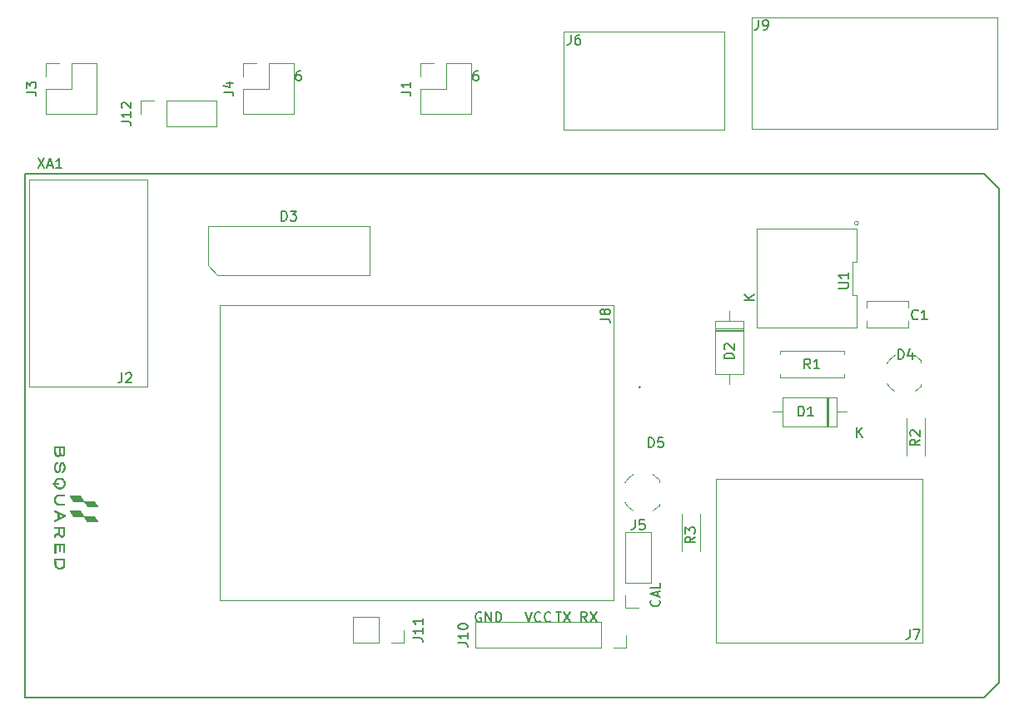
<source format=gto>
%TF.GenerationSoftware,KiCad,Pcbnew,(5.1.8)-1*%
%TF.CreationDate,2021-02-21T20:08:29-05:00*%
%TF.ProjectId,Mega_Shield,4d656761-5f53-4686-9965-6c642e6b6963,rev?*%
%TF.SameCoordinates,Original*%
%TF.FileFunction,Legend,Top*%
%TF.FilePolarity,Positive*%
%FSLAX46Y46*%
G04 Gerber Fmt 4.6, Leading zero omitted, Abs format (unit mm)*
G04 Created by KiCad (PCBNEW (5.1.8)-1) date 2021-02-21 20:08:29*
%MOMM*%
%LPD*%
G01*
G04 APERTURE LIST*
%ADD10C,0.150000*%
%ADD11C,0.120000*%
%ADD12C,0.010000*%
%ADD13C,0.100000*%
G04 APERTURE END LIST*
D10*
X128206476Y-24852380D02*
X128016000Y-24852380D01*
X127920761Y-24900000D01*
X127873142Y-24947619D01*
X127777904Y-25090476D01*
X127730285Y-25280952D01*
X127730285Y-25661904D01*
X127777904Y-25757142D01*
X127825523Y-25804761D01*
X127920761Y-25852380D01*
X128111238Y-25852380D01*
X128206476Y-25804761D01*
X128254095Y-25757142D01*
X128301714Y-25661904D01*
X128301714Y-25423809D01*
X128254095Y-25328571D01*
X128206476Y-25280952D01*
X128111238Y-25233333D01*
X127920761Y-25233333D01*
X127825523Y-25280952D01*
X127777904Y-25328571D01*
X127730285Y-25423809D01*
X110172476Y-24852380D02*
X109982000Y-24852380D01*
X109886761Y-24900000D01*
X109839142Y-24947619D01*
X109743904Y-25090476D01*
X109696285Y-25280952D01*
X109696285Y-25661904D01*
X109743904Y-25757142D01*
X109791523Y-25804761D01*
X109886761Y-25852380D01*
X110077238Y-25852380D01*
X110172476Y-25804761D01*
X110220095Y-25757142D01*
X110267714Y-25661904D01*
X110267714Y-25423809D01*
X110220095Y-25328571D01*
X110172476Y-25280952D01*
X110077238Y-25233333D01*
X109886761Y-25233333D01*
X109791523Y-25280952D01*
X109743904Y-25328571D01*
X109696285Y-25423809D01*
X146661142Y-78755809D02*
X146708761Y-78803428D01*
X146756380Y-78946285D01*
X146756380Y-79041523D01*
X146708761Y-79184380D01*
X146613523Y-79279619D01*
X146518285Y-79327238D01*
X146327809Y-79374857D01*
X146184952Y-79374857D01*
X145994476Y-79327238D01*
X145899238Y-79279619D01*
X145804000Y-79184380D01*
X145756380Y-79041523D01*
X145756380Y-78946285D01*
X145804000Y-78803428D01*
X145851619Y-78755809D01*
X146470666Y-78374857D02*
X146470666Y-77898666D01*
X146756380Y-78470095D02*
X145756380Y-78136761D01*
X146756380Y-77803428D01*
X146756380Y-76993904D02*
X146756380Y-77470095D01*
X145756380Y-77470095D01*
X139279333Y-80970380D02*
X138946000Y-80494190D01*
X138707904Y-80970380D02*
X138707904Y-79970380D01*
X139088857Y-79970380D01*
X139184095Y-80018000D01*
X139231714Y-80065619D01*
X139279333Y-80160857D01*
X139279333Y-80303714D01*
X139231714Y-80398952D01*
X139184095Y-80446571D01*
X139088857Y-80494190D01*
X138707904Y-80494190D01*
X139612666Y-79970380D02*
X140279333Y-80970380D01*
X140279333Y-79970380D02*
X139612666Y-80970380D01*
X136144095Y-79970380D02*
X136715523Y-79970380D01*
X136429809Y-80970380D02*
X136429809Y-79970380D01*
X136953619Y-79970380D02*
X137620285Y-80970380D01*
X137620285Y-79970380D02*
X136953619Y-80970380D01*
X133032666Y-79970380D02*
X133366000Y-80970380D01*
X133699333Y-79970380D01*
X134604095Y-80875142D02*
X134556476Y-80922761D01*
X134413619Y-80970380D01*
X134318380Y-80970380D01*
X134175523Y-80922761D01*
X134080285Y-80827523D01*
X134032666Y-80732285D01*
X133985047Y-80541809D01*
X133985047Y-80398952D01*
X134032666Y-80208476D01*
X134080285Y-80113238D01*
X134175523Y-80018000D01*
X134318380Y-79970380D01*
X134413619Y-79970380D01*
X134556476Y-80018000D01*
X134604095Y-80065619D01*
X135604095Y-80875142D02*
X135556476Y-80922761D01*
X135413619Y-80970380D01*
X135318380Y-80970380D01*
X135175523Y-80922761D01*
X135080285Y-80827523D01*
X135032666Y-80732285D01*
X134985047Y-80541809D01*
X134985047Y-80398952D01*
X135032666Y-80208476D01*
X135080285Y-80113238D01*
X135175523Y-80018000D01*
X135318380Y-79970380D01*
X135413619Y-79970380D01*
X135556476Y-80018000D01*
X135604095Y-80065619D01*
X128524095Y-80018000D02*
X128428857Y-79970380D01*
X128286000Y-79970380D01*
X128143142Y-80018000D01*
X128047904Y-80113238D01*
X128000285Y-80208476D01*
X127952666Y-80398952D01*
X127952666Y-80541809D01*
X128000285Y-80732285D01*
X128047904Y-80827523D01*
X128143142Y-80922761D01*
X128286000Y-80970380D01*
X128381238Y-80970380D01*
X128524095Y-80922761D01*
X128571714Y-80875142D01*
X128571714Y-80541809D01*
X128381238Y-80541809D01*
X129000285Y-80970380D02*
X129000285Y-79970380D01*
X129571714Y-80970380D01*
X129571714Y-79970380D01*
X130047904Y-80970380D02*
X130047904Y-79970380D01*
X130286000Y-79970380D01*
X130428857Y-80018000D01*
X130524095Y-80113238D01*
X130571714Y-80208476D01*
X130619333Y-80398952D01*
X130619333Y-80541809D01*
X130571714Y-80732285D01*
X130524095Y-80827523D01*
X130428857Y-80922761D01*
X130286000Y-80970380D01*
X130047904Y-80970380D01*
D11*
%TO.C,D3*%
X101751000Y-45680000D02*
X100751000Y-44680000D01*
X100751000Y-44680000D02*
X100751000Y-40680000D01*
X100751000Y-40680000D02*
X117181000Y-40680000D01*
X117181000Y-40680000D02*
X117181000Y-45680000D01*
X117181000Y-45680000D02*
X101751000Y-45680000D01*
%TO.C,J7*%
X173441000Y-66421000D02*
X173441000Y-83057000D01*
X152441000Y-83057000D02*
X173441000Y-83057000D01*
X152441000Y-66421000D02*
X152441000Y-83057000D01*
X173441000Y-66421000D02*
X152441000Y-66421000D01*
%TO.C,J8*%
X141970800Y-48754000D02*
X101970800Y-48754000D01*
X101970800Y-48754000D02*
X101970800Y-78754000D01*
X141970800Y-78754000D02*
X101970800Y-78754000D01*
X141970800Y-48754000D02*
X141970800Y-78754000D01*
%TO.C,J2*%
X82600800Y-35966400D02*
X82600800Y-56984900D01*
X82600800Y-56984900D02*
X94602300Y-56984900D01*
X94602300Y-56984900D02*
X94602300Y-35966400D01*
X94602300Y-35966400D02*
X82600800Y-35966400D01*
%TO.C,J9*%
X156057600Y-30796400D02*
X156057600Y-19392900D01*
X181067100Y-30796400D02*
X156067100Y-30796400D01*
X156057600Y-19392900D02*
X181076600Y-19392900D01*
X181067100Y-30796400D02*
X181076600Y-19392900D01*
%TO.C,J6*%
X153301700Y-30886400D02*
X153301700Y-20853400D01*
X153301700Y-20853400D02*
X136918700Y-20853400D01*
X136918700Y-30886400D02*
X136918700Y-20853400D01*
X153301700Y-30886400D02*
X136918700Y-30886400D01*
%TO.C,U1*%
X166705600Y-40914000D02*
X156585600Y-40914000D01*
X156585600Y-40914000D02*
X156585600Y-51034000D01*
X156585600Y-51034000D02*
X166705600Y-51034000D01*
X166705600Y-51034000D02*
X166705600Y-47660666D01*
X166705600Y-47660666D02*
X166345600Y-47660666D01*
X166345600Y-47660666D02*
X166345600Y-44287334D01*
X166345600Y-44287334D02*
X166705600Y-44287334D01*
X166705600Y-44287334D02*
X166705600Y-40914000D01*
X166925600Y-40386000D02*
G75*
G03*
X166925600Y-40386000I-200000J0D01*
G01*
D12*
%TO.C,G\u002A\u002A\u002A*%
G36*
X89513972Y-70733126D02*
G01*
X89500036Y-70733598D01*
X89477587Y-70734045D01*
X89447259Y-70734464D01*
X89409688Y-70734850D01*
X89365508Y-70735198D01*
X89315355Y-70735505D01*
X89259863Y-70735766D01*
X89199670Y-70735977D01*
X89135408Y-70736132D01*
X89067714Y-70736228D01*
X88998598Y-70736260D01*
X88478437Y-70736260D01*
X88468404Y-70725253D01*
X88464060Y-70719415D01*
X88454930Y-70706331D01*
X88441575Y-70686844D01*
X88424557Y-70661794D01*
X88404438Y-70632023D01*
X88381779Y-70598374D01*
X88357143Y-70561687D01*
X88331090Y-70522806D01*
X88304184Y-70482571D01*
X88276986Y-70441825D01*
X88250056Y-70401409D01*
X88223959Y-70362165D01*
X88199254Y-70324935D01*
X88176504Y-70290561D01*
X88156271Y-70259884D01*
X88139116Y-70233747D01*
X88125601Y-70212990D01*
X88116289Y-70198457D01*
X88111740Y-70190988D01*
X88111414Y-70190326D01*
X88112071Y-70189221D01*
X88115280Y-70188237D01*
X88121553Y-70187369D01*
X88131404Y-70186609D01*
X88145345Y-70185950D01*
X88163889Y-70185386D01*
X88187548Y-70184909D01*
X88216835Y-70184514D01*
X88252262Y-70184193D01*
X88294343Y-70183939D01*
X88343590Y-70183747D01*
X88400516Y-70183608D01*
X88465632Y-70183517D01*
X88539453Y-70183465D01*
X88622490Y-70183448D01*
X89155169Y-70183448D01*
X89336963Y-70456229D01*
X89367856Y-70502636D01*
X89397094Y-70546660D01*
X89424235Y-70587627D01*
X89448831Y-70624859D01*
X89470440Y-70657680D01*
X89488614Y-70685412D01*
X89502910Y-70707379D01*
X89512881Y-70722905D01*
X89518084Y-70731312D01*
X89518758Y-70732635D01*
X89513972Y-70733126D01*
G37*
X89513972Y-70733126D02*
X89500036Y-70733598D01*
X89477587Y-70734045D01*
X89447259Y-70734464D01*
X89409688Y-70734850D01*
X89365508Y-70735198D01*
X89315355Y-70735505D01*
X89259863Y-70735766D01*
X89199670Y-70735977D01*
X89135408Y-70736132D01*
X89067714Y-70736228D01*
X88998598Y-70736260D01*
X88478437Y-70736260D01*
X88468404Y-70725253D01*
X88464060Y-70719415D01*
X88454930Y-70706331D01*
X88441575Y-70686844D01*
X88424557Y-70661794D01*
X88404438Y-70632023D01*
X88381779Y-70598374D01*
X88357143Y-70561687D01*
X88331090Y-70522806D01*
X88304184Y-70482571D01*
X88276986Y-70441825D01*
X88250056Y-70401409D01*
X88223959Y-70362165D01*
X88199254Y-70324935D01*
X88176504Y-70290561D01*
X88156271Y-70259884D01*
X88139116Y-70233747D01*
X88125601Y-70212990D01*
X88116289Y-70198457D01*
X88111740Y-70190988D01*
X88111414Y-70190326D01*
X88112071Y-70189221D01*
X88115280Y-70188237D01*
X88121553Y-70187369D01*
X88131404Y-70186609D01*
X88145345Y-70185950D01*
X88163889Y-70185386D01*
X88187548Y-70184909D01*
X88216835Y-70184514D01*
X88252262Y-70184193D01*
X88294343Y-70183939D01*
X88343590Y-70183747D01*
X88400516Y-70183608D01*
X88465632Y-70183517D01*
X88539453Y-70183465D01*
X88622490Y-70183448D01*
X89155169Y-70183448D01*
X89336963Y-70456229D01*
X89367856Y-70502636D01*
X89397094Y-70546660D01*
X89424235Y-70587627D01*
X89448831Y-70624859D01*
X89470440Y-70657680D01*
X89488614Y-70685412D01*
X89502910Y-70707379D01*
X89512881Y-70722905D01*
X89518084Y-70731312D01*
X89518758Y-70732635D01*
X89513972Y-70733126D01*
G36*
X88102123Y-70183227D02*
G01*
X88096912Y-70184120D01*
X88087373Y-70184911D01*
X88073043Y-70185603D01*
X88053461Y-70186203D01*
X88028164Y-70186716D01*
X87996690Y-70187147D01*
X87958576Y-70187503D01*
X87913361Y-70187787D01*
X87860582Y-70188006D01*
X87799778Y-70188166D01*
X87730485Y-70188271D01*
X87652241Y-70188327D01*
X87582531Y-70188340D01*
X87059087Y-70188340D01*
X86877540Y-69917171D01*
X86846628Y-69870959D01*
X86817376Y-69827148D01*
X86790229Y-69786413D01*
X86765636Y-69749428D01*
X86744043Y-69716868D01*
X86725897Y-69689408D01*
X86711646Y-69667723D01*
X86701737Y-69652487D01*
X86696617Y-69644376D01*
X86695992Y-69643211D01*
X86700779Y-69642834D01*
X86714716Y-69642472D01*
X86737172Y-69642129D01*
X86767512Y-69641807D01*
X86805103Y-69641510D01*
X86849312Y-69641242D01*
X86899506Y-69641006D01*
X86955051Y-69640805D01*
X87015315Y-69640642D01*
X87079663Y-69640522D01*
X87147463Y-69640447D01*
X87218082Y-69640420D01*
X87742647Y-69640420D01*
X87921803Y-69908265D01*
X87952576Y-69954307D01*
X87981754Y-69998029D01*
X88008877Y-70038741D01*
X88033489Y-70075752D01*
X88055130Y-70108371D01*
X88073344Y-70135907D01*
X88087672Y-70157671D01*
X88097656Y-70172970D01*
X88102838Y-70181115D01*
X88103468Y-70182225D01*
X88102123Y-70183227D01*
G37*
X88102123Y-70183227D02*
X88096912Y-70184120D01*
X88087373Y-70184911D01*
X88073043Y-70185603D01*
X88053461Y-70186203D01*
X88028164Y-70186716D01*
X87996690Y-70187147D01*
X87958576Y-70187503D01*
X87913361Y-70187787D01*
X87860582Y-70188006D01*
X87799778Y-70188166D01*
X87730485Y-70188271D01*
X87652241Y-70188327D01*
X87582531Y-70188340D01*
X87059087Y-70188340D01*
X86877540Y-69917171D01*
X86846628Y-69870959D01*
X86817376Y-69827148D01*
X86790229Y-69786413D01*
X86765636Y-69749428D01*
X86744043Y-69716868D01*
X86725897Y-69689408D01*
X86711646Y-69667723D01*
X86701737Y-69652487D01*
X86696617Y-69644376D01*
X86695992Y-69643211D01*
X86700779Y-69642834D01*
X86714716Y-69642472D01*
X86737172Y-69642129D01*
X86767512Y-69641807D01*
X86805103Y-69641510D01*
X86849312Y-69641242D01*
X86899506Y-69641006D01*
X86955051Y-69640805D01*
X87015315Y-69640642D01*
X87079663Y-69640522D01*
X87147463Y-69640447D01*
X87218082Y-69640420D01*
X87742647Y-69640420D01*
X87921803Y-69908265D01*
X87952576Y-69954307D01*
X87981754Y-69998029D01*
X88008877Y-70038741D01*
X88033489Y-70075752D01*
X88055130Y-70108371D01*
X88073344Y-70135907D01*
X88087672Y-70157671D01*
X88097656Y-70172970D01*
X88102838Y-70181115D01*
X88103468Y-70182225D01*
X88102123Y-70183227D01*
G36*
X89515407Y-69200681D02*
G01*
X89505174Y-69201481D01*
X89487786Y-69202171D01*
X89462972Y-69202751D01*
X89430459Y-69203226D01*
X89389976Y-69203595D01*
X89341251Y-69203863D01*
X89284012Y-69204030D01*
X89217988Y-69204099D01*
X89142905Y-69204072D01*
X89058493Y-69203951D01*
X88996522Y-69203819D01*
X88474286Y-69202573D01*
X88291555Y-68929837D01*
X88108825Y-68657100D01*
X87058055Y-68657100D01*
X86877023Y-68385619D01*
X86846201Y-68339360D01*
X86817033Y-68295513D01*
X86789964Y-68254752D01*
X86765442Y-68217751D01*
X86743910Y-68185187D01*
X86725816Y-68157733D01*
X86711605Y-68136064D01*
X86701723Y-68120855D01*
X86696617Y-68112781D01*
X86695992Y-68111637D01*
X86700779Y-68111311D01*
X86714717Y-68111020D01*
X86737175Y-68110766D01*
X86767520Y-68110550D01*
X86805119Y-68110373D01*
X86849341Y-68110238D01*
X86899552Y-68110145D01*
X86955120Y-68110097D01*
X87015413Y-68110094D01*
X87079798Y-68110139D01*
X87147643Y-68110232D01*
X87218316Y-68110375D01*
X87220674Y-68110381D01*
X87745357Y-68111626D01*
X87927744Y-68384363D01*
X88110132Y-68657100D01*
X88634659Y-68657181D01*
X89159186Y-68657263D01*
X89338972Y-68925868D01*
X89369748Y-68971927D01*
X89398861Y-69015648D01*
X89425861Y-69056346D01*
X89450296Y-69093335D01*
X89471718Y-69125928D01*
X89489675Y-69153440D01*
X89503718Y-69175185D01*
X89513396Y-69190476D01*
X89518259Y-69198629D01*
X89518758Y-69199769D01*
X89515407Y-69200681D01*
G37*
X89515407Y-69200681D02*
X89505174Y-69201481D01*
X89487786Y-69202171D01*
X89462972Y-69202751D01*
X89430459Y-69203226D01*
X89389976Y-69203595D01*
X89341251Y-69203863D01*
X89284012Y-69204030D01*
X89217988Y-69204099D01*
X89142905Y-69204072D01*
X89058493Y-69203951D01*
X88996522Y-69203819D01*
X88474286Y-69202573D01*
X88291555Y-68929837D01*
X88108825Y-68657100D01*
X87058055Y-68657100D01*
X86877023Y-68385619D01*
X86846201Y-68339360D01*
X86817033Y-68295513D01*
X86789964Y-68254752D01*
X86765442Y-68217751D01*
X86743910Y-68185187D01*
X86725816Y-68157733D01*
X86711605Y-68136064D01*
X86701723Y-68120855D01*
X86696617Y-68112781D01*
X86695992Y-68111637D01*
X86700779Y-68111311D01*
X86714717Y-68111020D01*
X86737175Y-68110766D01*
X86767520Y-68110550D01*
X86805119Y-68110373D01*
X86849341Y-68110238D01*
X86899552Y-68110145D01*
X86955120Y-68110097D01*
X87015413Y-68110094D01*
X87079798Y-68110139D01*
X87147643Y-68110232D01*
X87218316Y-68110375D01*
X87220674Y-68110381D01*
X87745357Y-68111626D01*
X87927744Y-68384363D01*
X88110132Y-68657100D01*
X88634659Y-68657181D01*
X89159186Y-68657263D01*
X89338972Y-68925868D01*
X89369748Y-68971927D01*
X89398861Y-69015648D01*
X89425861Y-69056346D01*
X89450296Y-69093335D01*
X89471718Y-69125928D01*
X89489675Y-69153440D01*
X89503718Y-69175185D01*
X89513396Y-69190476D01*
X89518259Y-69198629D01*
X89518758Y-69199769D01*
X89515407Y-69200681D01*
G36*
X86167601Y-74888029D02*
G01*
X86167449Y-74943874D01*
X86167133Y-74991716D01*
X86166604Y-75032447D01*
X86165811Y-75066957D01*
X86164704Y-75096137D01*
X86163232Y-75120878D01*
X86161345Y-75142071D01*
X86158994Y-75160605D01*
X86156127Y-75177373D01*
X86152694Y-75193266D01*
X86148645Y-75209173D01*
X86145129Y-75221806D01*
X86121772Y-75287241D01*
X86091064Y-75346534D01*
X86053508Y-75399377D01*
X86009608Y-75445463D01*
X85959867Y-75484485D01*
X85904787Y-75516135D01*
X85844874Y-75540105D01*
X85780629Y-75556087D01*
X85712557Y-75563775D01*
X85641160Y-75562860D01*
X85595260Y-75557810D01*
X85520929Y-75542608D01*
X85452274Y-75519754D01*
X85389589Y-75489497D01*
X85333164Y-75452084D01*
X85283291Y-75407764D01*
X85240262Y-75356783D01*
X85204368Y-75299389D01*
X85175900Y-75235831D01*
X85160789Y-75188691D01*
X85147931Y-75141634D01*
X85144697Y-74542346D01*
X86063316Y-74542346D01*
X86063316Y-74645081D01*
X85242415Y-74645081D01*
X85244277Y-74873789D01*
X85244732Y-74927371D01*
X85245180Y-74972157D01*
X85245666Y-75009132D01*
X85246237Y-75039283D01*
X85246939Y-75063599D01*
X85247820Y-75083064D01*
X85248924Y-75098667D01*
X85250300Y-75111394D01*
X85251994Y-75122233D01*
X85254051Y-75132169D01*
X85256519Y-75142191D01*
X85257010Y-75144080D01*
X85277484Y-75204450D01*
X85305716Y-75259330D01*
X85341292Y-75308216D01*
X85383797Y-75350602D01*
X85432817Y-75385982D01*
X85472966Y-75407321D01*
X85532810Y-75430191D01*
X85594171Y-75444810D01*
X85655930Y-75451269D01*
X85716966Y-75449658D01*
X85776159Y-75440068D01*
X85832388Y-75422589D01*
X85884534Y-75397313D01*
X85923418Y-75370866D01*
X85957291Y-75339055D01*
X85988442Y-75299726D01*
X86015524Y-75255049D01*
X86037191Y-75207192D01*
X86050016Y-75166930D01*
X86054934Y-75145983D01*
X86058966Y-75124485D01*
X86062167Y-75101345D01*
X86064590Y-75075474D01*
X86066292Y-75045782D01*
X86067325Y-75011177D01*
X86067747Y-74970571D01*
X86067610Y-74922872D01*
X86066970Y-74866992D01*
X86066520Y-74838157D01*
X86063316Y-74645081D01*
X86063316Y-74542346D01*
X86167641Y-74542346D01*
X86167641Y-74823290D01*
X86167601Y-74888029D01*
G37*
X86167601Y-74888029D02*
X86167449Y-74943874D01*
X86167133Y-74991716D01*
X86166604Y-75032447D01*
X86165811Y-75066957D01*
X86164704Y-75096137D01*
X86163232Y-75120878D01*
X86161345Y-75142071D01*
X86158994Y-75160605D01*
X86156127Y-75177373D01*
X86152694Y-75193266D01*
X86148645Y-75209173D01*
X86145129Y-75221806D01*
X86121772Y-75287241D01*
X86091064Y-75346534D01*
X86053508Y-75399377D01*
X86009608Y-75445463D01*
X85959867Y-75484485D01*
X85904787Y-75516135D01*
X85844874Y-75540105D01*
X85780629Y-75556087D01*
X85712557Y-75563775D01*
X85641160Y-75562860D01*
X85595260Y-75557810D01*
X85520929Y-75542608D01*
X85452274Y-75519754D01*
X85389589Y-75489497D01*
X85333164Y-75452084D01*
X85283291Y-75407764D01*
X85240262Y-75356783D01*
X85204368Y-75299389D01*
X85175900Y-75235831D01*
X85160789Y-75188691D01*
X85147931Y-75141634D01*
X85144697Y-74542346D01*
X86063316Y-74542346D01*
X86063316Y-74645081D01*
X85242415Y-74645081D01*
X85244277Y-74873789D01*
X85244732Y-74927371D01*
X85245180Y-74972157D01*
X85245666Y-75009132D01*
X85246237Y-75039283D01*
X85246939Y-75063599D01*
X85247820Y-75083064D01*
X85248924Y-75098667D01*
X85250300Y-75111394D01*
X85251994Y-75122233D01*
X85254051Y-75132169D01*
X85256519Y-75142191D01*
X85257010Y-75144080D01*
X85277484Y-75204450D01*
X85305716Y-75259330D01*
X85341292Y-75308216D01*
X85383797Y-75350602D01*
X85432817Y-75385982D01*
X85472966Y-75407321D01*
X85532810Y-75430191D01*
X85594171Y-75444810D01*
X85655930Y-75451269D01*
X85716966Y-75449658D01*
X85776159Y-75440068D01*
X85832388Y-75422589D01*
X85884534Y-75397313D01*
X85923418Y-75370866D01*
X85957291Y-75339055D01*
X85988442Y-75299726D01*
X86015524Y-75255049D01*
X86037191Y-75207192D01*
X86050016Y-75166930D01*
X86054934Y-75145983D01*
X86058966Y-75124485D01*
X86062167Y-75101345D01*
X86064590Y-75075474D01*
X86066292Y-75045782D01*
X86067325Y-75011177D01*
X86067747Y-74970571D01*
X86067610Y-74922872D01*
X86066970Y-74866992D01*
X86066520Y-74838157D01*
X86063316Y-74645081D01*
X86063316Y-74542346D01*
X86167641Y-74542346D01*
X86167641Y-74823290D01*
X86167601Y-74888029D01*
G36*
X86117496Y-73900424D02*
G01*
X86067352Y-73899030D01*
X86066101Y-73494205D01*
X86064849Y-73089380D01*
X85722456Y-73089380D01*
X85722456Y-73774280D01*
X85619721Y-73774280D01*
X85619721Y-73089380D01*
X85247973Y-73089380D01*
X85246723Y-73508881D01*
X85245472Y-73928382D01*
X85195328Y-73929777D01*
X85145183Y-73931171D01*
X85145183Y-72986645D01*
X86167641Y-72986645D01*
X86167641Y-73901818D01*
X86117496Y-73900424D01*
G37*
X86117496Y-73900424D02*
X86067352Y-73899030D01*
X86066101Y-73494205D01*
X86064849Y-73089380D01*
X85722456Y-73089380D01*
X85722456Y-73774280D01*
X85619721Y-73774280D01*
X85619721Y-73089380D01*
X85247973Y-73089380D01*
X85246723Y-73508881D01*
X85245472Y-73928382D01*
X85195328Y-73929777D01*
X85145183Y-73931171D01*
X85145183Y-72986645D01*
X86167641Y-72986645D01*
X86167641Y-73901818D01*
X86117496Y-73900424D01*
G36*
X86174979Y-70224439D02*
G01*
X85663750Y-70477640D01*
X85597512Y-70510433D01*
X85533711Y-70541994D01*
X85472894Y-70572054D01*
X85415611Y-70600342D01*
X85362410Y-70626588D01*
X85313839Y-70650522D01*
X85270447Y-70671875D01*
X85232783Y-70690376D01*
X85201395Y-70705755D01*
X85176831Y-70717742D01*
X85159640Y-70726067D01*
X85150370Y-70730461D01*
X85148852Y-70731104D01*
X85147395Y-70726647D01*
X85146211Y-70714346D01*
X85145432Y-70696140D01*
X85145183Y-70676277D01*
X85145183Y-70621186D01*
X85321300Y-70533236D01*
X85497418Y-70445286D01*
X85497418Y-69872688D01*
X85321300Y-69784738D01*
X85145183Y-69696788D01*
X85145183Y-69641698D01*
X85145457Y-69619797D01*
X85146201Y-69602023D01*
X85147297Y-69590325D01*
X85148487Y-69586607D01*
X85153253Y-69588729D01*
X85166173Y-69594898D01*
X85186634Y-69604811D01*
X85214024Y-69618168D01*
X85247732Y-69634669D01*
X85287144Y-69654014D01*
X85331649Y-69675900D01*
X85380634Y-69700029D01*
X85433487Y-69726099D01*
X85489595Y-69753809D01*
X85548348Y-69782860D01*
X85563096Y-69790158D01*
X85601845Y-69809326D01*
X85601845Y-69924164D01*
X85601507Y-69928899D01*
X85601191Y-69942472D01*
X85600905Y-69963938D01*
X85600655Y-69992350D01*
X85600448Y-70026764D01*
X85600290Y-70066233D01*
X85600190Y-70109811D01*
X85600153Y-70156554D01*
X85600152Y-70158772D01*
X85600152Y-70393380D01*
X85674758Y-70357455D01*
X85727486Y-70331972D01*
X85779028Y-70306886D01*
X85828653Y-70282564D01*
X85875629Y-70259374D01*
X85919227Y-70237684D01*
X85958715Y-70217862D01*
X85993362Y-70200274D01*
X86022439Y-70185289D01*
X86045214Y-70173274D01*
X86060956Y-70164597D01*
X86068935Y-70159626D01*
X86069798Y-70158701D01*
X86065574Y-70155984D01*
X86053555Y-70149433D01*
X86034723Y-70139538D01*
X86010058Y-70126791D01*
X85980543Y-70111685D01*
X85947157Y-70094711D01*
X85910883Y-70076360D01*
X85872701Y-70057125D01*
X85833592Y-70037498D01*
X85794538Y-70017969D01*
X85756520Y-69999031D01*
X85720519Y-69981175D01*
X85687515Y-69964894D01*
X85658491Y-69950678D01*
X85634426Y-69939021D01*
X85616304Y-69930412D01*
X85605103Y-69925345D01*
X85601845Y-69924164D01*
X85601845Y-69809326D01*
X85625101Y-69820831D01*
X85686514Y-69851189D01*
X85746514Y-69880827D01*
X85804277Y-69909339D01*
X85858982Y-69936320D01*
X85909806Y-69961365D01*
X85955927Y-69984068D01*
X85996522Y-70004024D01*
X86030769Y-70020828D01*
X86057845Y-70034074D01*
X86076046Y-70042931D01*
X86177691Y-70092153D01*
X86174979Y-70224439D01*
G37*
X86174979Y-70224439D02*
X85663750Y-70477640D01*
X85597512Y-70510433D01*
X85533711Y-70541994D01*
X85472894Y-70572054D01*
X85415611Y-70600342D01*
X85362410Y-70626588D01*
X85313839Y-70650522D01*
X85270447Y-70671875D01*
X85232783Y-70690376D01*
X85201395Y-70705755D01*
X85176831Y-70717742D01*
X85159640Y-70726067D01*
X85150370Y-70730461D01*
X85148852Y-70731104D01*
X85147395Y-70726647D01*
X85146211Y-70714346D01*
X85145432Y-70696140D01*
X85145183Y-70676277D01*
X85145183Y-70621186D01*
X85321300Y-70533236D01*
X85497418Y-70445286D01*
X85497418Y-69872688D01*
X85321300Y-69784738D01*
X85145183Y-69696788D01*
X85145183Y-69641698D01*
X85145457Y-69619797D01*
X85146201Y-69602023D01*
X85147297Y-69590325D01*
X85148487Y-69586607D01*
X85153253Y-69588729D01*
X85166173Y-69594898D01*
X85186634Y-69604811D01*
X85214024Y-69618168D01*
X85247732Y-69634669D01*
X85287144Y-69654014D01*
X85331649Y-69675900D01*
X85380634Y-69700029D01*
X85433487Y-69726099D01*
X85489595Y-69753809D01*
X85548348Y-69782860D01*
X85563096Y-69790158D01*
X85601845Y-69809326D01*
X85601845Y-69924164D01*
X85601507Y-69928899D01*
X85601191Y-69942472D01*
X85600905Y-69963938D01*
X85600655Y-69992350D01*
X85600448Y-70026764D01*
X85600290Y-70066233D01*
X85600190Y-70109811D01*
X85600153Y-70156554D01*
X85600152Y-70158772D01*
X85600152Y-70393380D01*
X85674758Y-70357455D01*
X85727486Y-70331972D01*
X85779028Y-70306886D01*
X85828653Y-70282564D01*
X85875629Y-70259374D01*
X85919227Y-70237684D01*
X85958715Y-70217862D01*
X85993362Y-70200274D01*
X86022439Y-70185289D01*
X86045214Y-70173274D01*
X86060956Y-70164597D01*
X86068935Y-70159626D01*
X86069798Y-70158701D01*
X86065574Y-70155984D01*
X86053555Y-70149433D01*
X86034723Y-70139538D01*
X86010058Y-70126791D01*
X85980543Y-70111685D01*
X85947157Y-70094711D01*
X85910883Y-70076360D01*
X85872701Y-70057125D01*
X85833592Y-70037498D01*
X85794538Y-70017969D01*
X85756520Y-69999031D01*
X85720519Y-69981175D01*
X85687515Y-69964894D01*
X85658491Y-69950678D01*
X85634426Y-69939021D01*
X85616304Y-69930412D01*
X85605103Y-69925345D01*
X85601845Y-69924164D01*
X85601845Y-69809326D01*
X85625101Y-69820831D01*
X85686514Y-69851189D01*
X85746514Y-69880827D01*
X85804277Y-69909339D01*
X85858982Y-69936320D01*
X85909806Y-69961365D01*
X85955927Y-69984068D01*
X85996522Y-70004024D01*
X86030769Y-70020828D01*
X86057845Y-70034074D01*
X86076046Y-70042931D01*
X86177691Y-70092153D01*
X86174979Y-70224439D01*
G36*
X86166374Y-63494667D02*
G01*
X86166042Y-63563810D01*
X86165712Y-63623873D01*
X86165365Y-63675559D01*
X86164982Y-63719571D01*
X86164546Y-63756613D01*
X86164037Y-63787389D01*
X86163438Y-63812601D01*
X86162728Y-63832955D01*
X86161891Y-63849153D01*
X86160908Y-63861899D01*
X86159759Y-63871896D01*
X86158427Y-63879848D01*
X86156893Y-63886459D01*
X86155977Y-63889708D01*
X86136860Y-63940496D01*
X86112014Y-63983801D01*
X86081673Y-64019379D01*
X86046069Y-64046982D01*
X86005436Y-64066364D01*
X85982321Y-64073131D01*
X85954332Y-64076936D01*
X85921392Y-64077136D01*
X85887532Y-64074008D01*
X85856781Y-64067830D01*
X85843571Y-64063586D01*
X85809932Y-64046765D01*
X85776768Y-64022832D01*
X85747076Y-63994128D01*
X85733864Y-63977906D01*
X85711068Y-63947106D01*
X85698417Y-63972090D01*
X85688930Y-63987344D01*
X85674854Y-64005888D01*
X85658787Y-64024372D01*
X85653966Y-64029405D01*
X85618278Y-64060097D01*
X85579644Y-64082136D01*
X85536938Y-64095976D01*
X85489036Y-64102070D01*
X85472516Y-64102458D01*
X85417833Y-64098001D01*
X85365459Y-64084929D01*
X85316437Y-64063917D01*
X85271809Y-64035643D01*
X85232619Y-64000783D01*
X85199909Y-63960014D01*
X85174722Y-63914011D01*
X85171952Y-63907430D01*
X85166983Y-63894952D01*
X85162670Y-63883156D01*
X85158966Y-63871279D01*
X85155826Y-63858557D01*
X85153202Y-63844227D01*
X85151049Y-63827525D01*
X85149320Y-63807686D01*
X85147968Y-63783948D01*
X85146948Y-63755547D01*
X85146212Y-63721720D01*
X85145715Y-63681702D01*
X85145410Y-63634729D01*
X85145251Y-63580039D01*
X85145191Y-63516868D01*
X85145183Y-63466743D01*
X85145183Y-63128979D01*
X85243026Y-63128979D01*
X85243026Y-63231714D01*
X85243084Y-63506897D01*
X85243148Y-63569626D01*
X85243321Y-63623269D01*
X85243619Y-63668524D01*
X85244057Y-63706090D01*
X85244651Y-63736663D01*
X85245415Y-63760943D01*
X85246366Y-63779627D01*
X85247518Y-63793413D01*
X85248887Y-63802999D01*
X85249686Y-63806541D01*
X85266363Y-63851360D01*
X85290468Y-63890717D01*
X85321080Y-63923891D01*
X85357281Y-63950157D01*
X85398150Y-63968795D01*
X85442767Y-63979082D01*
X85471772Y-63980949D01*
X85493893Y-63980562D01*
X85510194Y-63978704D01*
X85524621Y-63974545D01*
X85541117Y-63967256D01*
X85544264Y-63965718D01*
X85574986Y-63946142D01*
X85599671Y-63920306D01*
X85618827Y-63887462D01*
X85632964Y-63846863D01*
X85637038Y-63829665D01*
X85638591Y-63820510D01*
X85639911Y-63808355D01*
X85641015Y-63792445D01*
X85641918Y-63772023D01*
X85642639Y-63746333D01*
X85643195Y-63714618D01*
X85643601Y-63676124D01*
X85643876Y-63630094D01*
X85644036Y-63575771D01*
X85644097Y-63514236D01*
X85644182Y-63231714D01*
X85243026Y-63231714D01*
X85243026Y-63128979D01*
X86063336Y-63128979D01*
X86063336Y-63231714D01*
X85746917Y-63231714D01*
X85746917Y-63507453D01*
X85747007Y-63567304D01*
X85747272Y-63622228D01*
X85747698Y-63671529D01*
X85748275Y-63714518D01*
X85748992Y-63750499D01*
X85749837Y-63778782D01*
X85750799Y-63798673D01*
X85751866Y-63809481D01*
X85751877Y-63809542D01*
X85764311Y-63850564D01*
X85784906Y-63887583D01*
X85812635Y-63919175D01*
X85846470Y-63943917D01*
X85850528Y-63946163D01*
X85868544Y-63955155D01*
X85883353Y-63960182D01*
X85899463Y-63962354D01*
X85918142Y-63962783D01*
X85939357Y-63962181D01*
X85955035Y-63959714D01*
X85969380Y-63954419D01*
X85981149Y-63948368D01*
X86009783Y-63927604D01*
X86032524Y-63899780D01*
X86049570Y-63864543D01*
X86061116Y-63821543D01*
X86064711Y-63798445D01*
X86066327Y-63779612D01*
X86067629Y-63752073D01*
X86068613Y-63716902D01*
X86069275Y-63675172D01*
X86069610Y-63627958D01*
X86069614Y-63576332D01*
X86069282Y-63521370D01*
X86068609Y-63464143D01*
X86067591Y-63405727D01*
X86066557Y-63360133D01*
X86063336Y-63231714D01*
X86063336Y-63128979D01*
X86168050Y-63128979D01*
X86166374Y-63494667D01*
G37*
X86166374Y-63494667D02*
X86166042Y-63563810D01*
X86165712Y-63623873D01*
X86165365Y-63675559D01*
X86164982Y-63719571D01*
X86164546Y-63756613D01*
X86164037Y-63787389D01*
X86163438Y-63812601D01*
X86162728Y-63832955D01*
X86161891Y-63849153D01*
X86160908Y-63861899D01*
X86159759Y-63871896D01*
X86158427Y-63879848D01*
X86156893Y-63886459D01*
X86155977Y-63889708D01*
X86136860Y-63940496D01*
X86112014Y-63983801D01*
X86081673Y-64019379D01*
X86046069Y-64046982D01*
X86005436Y-64066364D01*
X85982321Y-64073131D01*
X85954332Y-64076936D01*
X85921392Y-64077136D01*
X85887532Y-64074008D01*
X85856781Y-64067830D01*
X85843571Y-64063586D01*
X85809932Y-64046765D01*
X85776768Y-64022832D01*
X85747076Y-63994128D01*
X85733864Y-63977906D01*
X85711068Y-63947106D01*
X85698417Y-63972090D01*
X85688930Y-63987344D01*
X85674854Y-64005888D01*
X85658787Y-64024372D01*
X85653966Y-64029405D01*
X85618278Y-64060097D01*
X85579644Y-64082136D01*
X85536938Y-64095976D01*
X85489036Y-64102070D01*
X85472516Y-64102458D01*
X85417833Y-64098001D01*
X85365459Y-64084929D01*
X85316437Y-64063917D01*
X85271809Y-64035643D01*
X85232619Y-64000783D01*
X85199909Y-63960014D01*
X85174722Y-63914011D01*
X85171952Y-63907430D01*
X85166983Y-63894952D01*
X85162670Y-63883156D01*
X85158966Y-63871279D01*
X85155826Y-63858557D01*
X85153202Y-63844227D01*
X85151049Y-63827525D01*
X85149320Y-63807686D01*
X85147968Y-63783948D01*
X85146948Y-63755547D01*
X85146212Y-63721720D01*
X85145715Y-63681702D01*
X85145410Y-63634729D01*
X85145251Y-63580039D01*
X85145191Y-63516868D01*
X85145183Y-63466743D01*
X85145183Y-63128979D01*
X85243026Y-63128979D01*
X85243026Y-63231714D01*
X85243084Y-63506897D01*
X85243148Y-63569626D01*
X85243321Y-63623269D01*
X85243619Y-63668524D01*
X85244057Y-63706090D01*
X85244651Y-63736663D01*
X85245415Y-63760943D01*
X85246366Y-63779627D01*
X85247518Y-63793413D01*
X85248887Y-63802999D01*
X85249686Y-63806541D01*
X85266363Y-63851360D01*
X85290468Y-63890717D01*
X85321080Y-63923891D01*
X85357281Y-63950157D01*
X85398150Y-63968795D01*
X85442767Y-63979082D01*
X85471772Y-63980949D01*
X85493893Y-63980562D01*
X85510194Y-63978704D01*
X85524621Y-63974545D01*
X85541117Y-63967256D01*
X85544264Y-63965718D01*
X85574986Y-63946142D01*
X85599671Y-63920306D01*
X85618827Y-63887462D01*
X85632964Y-63846863D01*
X85637038Y-63829665D01*
X85638591Y-63820510D01*
X85639911Y-63808355D01*
X85641015Y-63792445D01*
X85641918Y-63772023D01*
X85642639Y-63746333D01*
X85643195Y-63714618D01*
X85643601Y-63676124D01*
X85643876Y-63630094D01*
X85644036Y-63575771D01*
X85644097Y-63514236D01*
X85644182Y-63231714D01*
X85243026Y-63231714D01*
X85243026Y-63128979D01*
X86063336Y-63128979D01*
X86063336Y-63231714D01*
X85746917Y-63231714D01*
X85746917Y-63507453D01*
X85747007Y-63567304D01*
X85747272Y-63622228D01*
X85747698Y-63671529D01*
X85748275Y-63714518D01*
X85748992Y-63750499D01*
X85749837Y-63778782D01*
X85750799Y-63798673D01*
X85751866Y-63809481D01*
X85751877Y-63809542D01*
X85764311Y-63850564D01*
X85784906Y-63887583D01*
X85812635Y-63919175D01*
X85846470Y-63943917D01*
X85850528Y-63946163D01*
X85868544Y-63955155D01*
X85883353Y-63960182D01*
X85899463Y-63962354D01*
X85918142Y-63962783D01*
X85939357Y-63962181D01*
X85955035Y-63959714D01*
X85969380Y-63954419D01*
X85981149Y-63948368D01*
X86009783Y-63927604D01*
X86032524Y-63899780D01*
X86049570Y-63864543D01*
X86061116Y-63821543D01*
X86064711Y-63798445D01*
X86066327Y-63779612D01*
X86067629Y-63752073D01*
X86068613Y-63716902D01*
X86069275Y-63675172D01*
X86069610Y-63627958D01*
X86069614Y-63576332D01*
X86069282Y-63521370D01*
X86068609Y-63464143D01*
X86067591Y-63405727D01*
X86066557Y-63360133D01*
X86063336Y-63231714D01*
X86063336Y-63128979D01*
X86168050Y-63128979D01*
X86166374Y-63494667D01*
G36*
X86167612Y-71644975D02*
G01*
X86167568Y-71715118D01*
X86167440Y-71776182D01*
X86167215Y-71828874D01*
X86166880Y-71873899D01*
X86166422Y-71911964D01*
X86165829Y-71943773D01*
X86165087Y-71970034D01*
X86164184Y-71991451D01*
X86163107Y-72008731D01*
X86161843Y-72022580D01*
X86160536Y-72032677D01*
X86148483Y-72092891D01*
X86131602Y-72145263D01*
X86109505Y-72190670D01*
X86081805Y-72229989D01*
X86065087Y-72248289D01*
X86029837Y-72278279D01*
X85991458Y-72300030D01*
X85948789Y-72313990D01*
X85900667Y-72320610D01*
X85876558Y-72321314D01*
X85852279Y-72320430D01*
X85827669Y-72318086D01*
X85807236Y-72314742D01*
X85803432Y-72313837D01*
X85756707Y-72296695D01*
X85713698Y-72270891D01*
X85675187Y-72237094D01*
X85641953Y-72195976D01*
X85617657Y-72154197D01*
X85605929Y-72127980D01*
X85595094Y-72099416D01*
X85585951Y-72071060D01*
X85579301Y-72045470D01*
X85575942Y-72025205D01*
X85575692Y-72019953D01*
X85573730Y-72009881D01*
X85570711Y-72005716D01*
X85564203Y-72005820D01*
X85550042Y-72008460D01*
X85529892Y-72013186D01*
X85505419Y-72019548D01*
X85478286Y-72027096D01*
X85450157Y-72035380D01*
X85422699Y-72043949D01*
X85397574Y-72052354D01*
X85395283Y-72053158D01*
X85347200Y-72071909D01*
X85308191Y-72091284D01*
X85277546Y-72111878D01*
X85254556Y-72134286D01*
X85238509Y-72159104D01*
X85228696Y-72186926D01*
X85227215Y-72193983D01*
X85225288Y-72222901D01*
X85228746Y-72258997D01*
X85237481Y-72301351D01*
X85241131Y-72315199D01*
X85242154Y-72320184D01*
X85240793Y-72323377D01*
X85235378Y-72325179D01*
X85224237Y-72325986D01*
X85205703Y-72326198D01*
X85195022Y-72326206D01*
X85145878Y-72326206D01*
X85138542Y-72300522D01*
X85129119Y-72260716D01*
X85123194Y-72220715D01*
X85120906Y-72182812D01*
X85122398Y-72149299D01*
X85127582Y-72123182D01*
X85141223Y-72090258D01*
X85160567Y-72060624D01*
X85186285Y-72033782D01*
X85219051Y-72009232D01*
X85259537Y-71986474D01*
X85308417Y-71965010D01*
X85366363Y-71944339D01*
X85370264Y-71943075D01*
X85401691Y-71933232D01*
X85437044Y-71922630D01*
X85471768Y-71912610D01*
X85498641Y-71905222D01*
X85561015Y-71888662D01*
X85561015Y-71406483D01*
X85145183Y-71406483D01*
X85145183Y-71303748D01*
X86063311Y-71303748D01*
X86063311Y-71406483D01*
X85653476Y-71406483D01*
X85655112Y-71703681D01*
X85655472Y-71765599D01*
X85655834Y-71818521D01*
X85656225Y-71863238D01*
X85656670Y-71900537D01*
X85657193Y-71931209D01*
X85657822Y-71956042D01*
X85658582Y-71975825D01*
X85659497Y-71991348D01*
X85660594Y-72003400D01*
X85661898Y-72012769D01*
X85663435Y-72020245D01*
X85665230Y-72026617D01*
X85665608Y-72027785D01*
X85685494Y-72075425D01*
X85711405Y-72115491D01*
X85743639Y-72148342D01*
X85782492Y-72174339D01*
X85790304Y-72178364D01*
X85809668Y-72187498D01*
X85824765Y-72192933D01*
X85839684Y-72195614D01*
X85858512Y-72196486D01*
X85868948Y-72196541D01*
X85905439Y-72194468D01*
X85935528Y-72187647D01*
X85961817Y-72175161D01*
X85986908Y-72156092D01*
X85989016Y-72154186D01*
X86016056Y-72123033D01*
X86037488Y-72084405D01*
X86052567Y-72040221D01*
X86056408Y-72023465D01*
X86059635Y-72005200D01*
X86062280Y-71984569D01*
X86064374Y-71960717D01*
X86065947Y-71932785D01*
X86067033Y-71899916D01*
X86067661Y-71861255D01*
X86067864Y-71815942D01*
X86067672Y-71763123D01*
X86067117Y-71701939D01*
X86066576Y-71657206D01*
X86063311Y-71406483D01*
X86063311Y-71303748D01*
X86167641Y-71303748D01*
X86167612Y-71644975D01*
G37*
X86167612Y-71644975D02*
X86167568Y-71715118D01*
X86167440Y-71776182D01*
X86167215Y-71828874D01*
X86166880Y-71873899D01*
X86166422Y-71911964D01*
X86165829Y-71943773D01*
X86165087Y-71970034D01*
X86164184Y-71991451D01*
X86163107Y-72008731D01*
X86161843Y-72022580D01*
X86160536Y-72032677D01*
X86148483Y-72092891D01*
X86131602Y-72145263D01*
X86109505Y-72190670D01*
X86081805Y-72229989D01*
X86065087Y-72248289D01*
X86029837Y-72278279D01*
X85991458Y-72300030D01*
X85948789Y-72313990D01*
X85900667Y-72320610D01*
X85876558Y-72321314D01*
X85852279Y-72320430D01*
X85827669Y-72318086D01*
X85807236Y-72314742D01*
X85803432Y-72313837D01*
X85756707Y-72296695D01*
X85713698Y-72270891D01*
X85675187Y-72237094D01*
X85641953Y-72195976D01*
X85617657Y-72154197D01*
X85605929Y-72127980D01*
X85595094Y-72099416D01*
X85585951Y-72071060D01*
X85579301Y-72045470D01*
X85575942Y-72025205D01*
X85575692Y-72019953D01*
X85573730Y-72009881D01*
X85570711Y-72005716D01*
X85564203Y-72005820D01*
X85550042Y-72008460D01*
X85529892Y-72013186D01*
X85505419Y-72019548D01*
X85478286Y-72027096D01*
X85450157Y-72035380D01*
X85422699Y-72043949D01*
X85397574Y-72052354D01*
X85395283Y-72053158D01*
X85347200Y-72071909D01*
X85308191Y-72091284D01*
X85277546Y-72111878D01*
X85254556Y-72134286D01*
X85238509Y-72159104D01*
X85228696Y-72186926D01*
X85227215Y-72193983D01*
X85225288Y-72222901D01*
X85228746Y-72258997D01*
X85237481Y-72301351D01*
X85241131Y-72315199D01*
X85242154Y-72320184D01*
X85240793Y-72323377D01*
X85235378Y-72325179D01*
X85224237Y-72325986D01*
X85205703Y-72326198D01*
X85195022Y-72326206D01*
X85145878Y-72326206D01*
X85138542Y-72300522D01*
X85129119Y-72260716D01*
X85123194Y-72220715D01*
X85120906Y-72182812D01*
X85122398Y-72149299D01*
X85127582Y-72123182D01*
X85141223Y-72090258D01*
X85160567Y-72060624D01*
X85186285Y-72033782D01*
X85219051Y-72009232D01*
X85259537Y-71986474D01*
X85308417Y-71965010D01*
X85366363Y-71944339D01*
X85370264Y-71943075D01*
X85401691Y-71933232D01*
X85437044Y-71922630D01*
X85471768Y-71912610D01*
X85498641Y-71905222D01*
X85561015Y-71888662D01*
X85561015Y-71406483D01*
X85145183Y-71406483D01*
X85145183Y-71303748D01*
X86063311Y-71303748D01*
X86063311Y-71406483D01*
X85653476Y-71406483D01*
X85655112Y-71703681D01*
X85655472Y-71765599D01*
X85655834Y-71818521D01*
X85656225Y-71863238D01*
X85656670Y-71900537D01*
X85657193Y-71931209D01*
X85657822Y-71956042D01*
X85658582Y-71975825D01*
X85659497Y-71991348D01*
X85660594Y-72003400D01*
X85661898Y-72012769D01*
X85663435Y-72020245D01*
X85665230Y-72026617D01*
X85665608Y-72027785D01*
X85685494Y-72075425D01*
X85711405Y-72115491D01*
X85743639Y-72148342D01*
X85782492Y-72174339D01*
X85790304Y-72178364D01*
X85809668Y-72187498D01*
X85824765Y-72192933D01*
X85839684Y-72195614D01*
X85858512Y-72196486D01*
X85868948Y-72196541D01*
X85905439Y-72194468D01*
X85935528Y-72187647D01*
X85961817Y-72175161D01*
X85986908Y-72156092D01*
X85989016Y-72154186D01*
X86016056Y-72123033D01*
X86037488Y-72084405D01*
X86052567Y-72040221D01*
X86056408Y-72023465D01*
X86059635Y-72005200D01*
X86062280Y-71984569D01*
X86064374Y-71960717D01*
X86065947Y-71932785D01*
X86067033Y-71899916D01*
X86067661Y-71861255D01*
X86067864Y-71815942D01*
X86067672Y-71763123D01*
X86067117Y-71701939D01*
X86066576Y-71657206D01*
X86063311Y-71406483D01*
X86063311Y-71303748D01*
X86167641Y-71303748D01*
X86167612Y-71644975D01*
G36*
X85819076Y-68134782D02*
G01*
X85751810Y-68135099D01*
X85693608Y-68135414D01*
X85643751Y-68135749D01*
X85601519Y-68136123D01*
X85566191Y-68136556D01*
X85537048Y-68137069D01*
X85513371Y-68137681D01*
X85494438Y-68138412D01*
X85479531Y-68139283D01*
X85467929Y-68140313D01*
X85458913Y-68141523D01*
X85451763Y-68142932D01*
X85445759Y-68144562D01*
X85443604Y-68145251D01*
X85391635Y-68166967D01*
X85346479Y-68195536D01*
X85308037Y-68231078D01*
X85276211Y-68273713D01*
X85250901Y-68323560D01*
X85232010Y-68380739D01*
X85225226Y-68410657D01*
X85219920Y-68447946D01*
X85217036Y-68491436D01*
X85216545Y-68537858D01*
X85218418Y-68583940D01*
X85222626Y-68626412D01*
X85227361Y-68654227D01*
X85243486Y-68710866D01*
X85266352Y-68761970D01*
X85295464Y-68806838D01*
X85330327Y-68844773D01*
X85370446Y-68875074D01*
X85392236Y-68887101D01*
X85404105Y-68892931D01*
X85414786Y-68897991D01*
X85425037Y-68902336D01*
X85435617Y-68906027D01*
X85447283Y-68909120D01*
X85460795Y-68911674D01*
X85476910Y-68913746D01*
X85496387Y-68915395D01*
X85519983Y-68916678D01*
X85548458Y-68917654D01*
X85582569Y-68918380D01*
X85623074Y-68918914D01*
X85670732Y-68919315D01*
X85726301Y-68919639D01*
X85790539Y-68919946D01*
X85823968Y-68920101D01*
X86167641Y-68921707D01*
X86167641Y-69024368D01*
X85806845Y-69022833D01*
X85738842Y-69022540D01*
X85679898Y-69022265D01*
X85629288Y-69021984D01*
X85586288Y-69021675D01*
X85550173Y-69021314D01*
X85520217Y-69020877D01*
X85495696Y-69020342D01*
X85475886Y-69019685D01*
X85460060Y-69018883D01*
X85447495Y-69017913D01*
X85437466Y-69016752D01*
X85429246Y-69015375D01*
X85422113Y-69013761D01*
X85415340Y-69011885D01*
X85409359Y-69010078D01*
X85350182Y-68987273D01*
X85297318Y-68957020D01*
X85250828Y-68919396D01*
X85210771Y-68874478D01*
X85177210Y-68822346D01*
X85150205Y-68763075D01*
X85129816Y-68696744D01*
X85118137Y-68637531D01*
X85114877Y-68608331D01*
X85112760Y-68572578D01*
X85111812Y-68533444D01*
X85112061Y-68494096D01*
X85113534Y-68457704D01*
X85116261Y-68427436D01*
X85116295Y-68427169D01*
X85124135Y-68382753D01*
X85135988Y-68336253D01*
X85150699Y-68291646D01*
X85166783Y-68253578D01*
X85198521Y-68198119D01*
X85236052Y-68150511D01*
X85279615Y-68110545D01*
X85329450Y-68078017D01*
X85385797Y-68052718D01*
X85409359Y-68044838D01*
X85416392Y-68042723D01*
X85423173Y-68040889D01*
X85430427Y-68039313D01*
X85438878Y-68037971D01*
X85449252Y-68036841D01*
X85462274Y-68035898D01*
X85478668Y-68035120D01*
X85499158Y-68034484D01*
X85524471Y-68033966D01*
X85555331Y-68033542D01*
X85592463Y-68033190D01*
X85636591Y-68032887D01*
X85688441Y-68032609D01*
X85748737Y-68032332D01*
X85806845Y-68032083D01*
X86167641Y-68030547D01*
X86167641Y-68133214D01*
X85819076Y-68134782D01*
G37*
X85819076Y-68134782D02*
X85751810Y-68135099D01*
X85693608Y-68135414D01*
X85643751Y-68135749D01*
X85601519Y-68136123D01*
X85566191Y-68136556D01*
X85537048Y-68137069D01*
X85513371Y-68137681D01*
X85494438Y-68138412D01*
X85479531Y-68139283D01*
X85467929Y-68140313D01*
X85458913Y-68141523D01*
X85451763Y-68142932D01*
X85445759Y-68144562D01*
X85443604Y-68145251D01*
X85391635Y-68166967D01*
X85346479Y-68195536D01*
X85308037Y-68231078D01*
X85276211Y-68273713D01*
X85250901Y-68323560D01*
X85232010Y-68380739D01*
X85225226Y-68410657D01*
X85219920Y-68447946D01*
X85217036Y-68491436D01*
X85216545Y-68537858D01*
X85218418Y-68583940D01*
X85222626Y-68626412D01*
X85227361Y-68654227D01*
X85243486Y-68710866D01*
X85266352Y-68761970D01*
X85295464Y-68806838D01*
X85330327Y-68844773D01*
X85370446Y-68875074D01*
X85392236Y-68887101D01*
X85404105Y-68892931D01*
X85414786Y-68897991D01*
X85425037Y-68902336D01*
X85435617Y-68906027D01*
X85447283Y-68909120D01*
X85460795Y-68911674D01*
X85476910Y-68913746D01*
X85496387Y-68915395D01*
X85519983Y-68916678D01*
X85548458Y-68917654D01*
X85582569Y-68918380D01*
X85623074Y-68918914D01*
X85670732Y-68919315D01*
X85726301Y-68919639D01*
X85790539Y-68919946D01*
X85823968Y-68920101D01*
X86167641Y-68921707D01*
X86167641Y-69024368D01*
X85806845Y-69022833D01*
X85738842Y-69022540D01*
X85679898Y-69022265D01*
X85629288Y-69021984D01*
X85586288Y-69021675D01*
X85550173Y-69021314D01*
X85520217Y-69020877D01*
X85495696Y-69020342D01*
X85475886Y-69019685D01*
X85460060Y-69018883D01*
X85447495Y-69017913D01*
X85437466Y-69016752D01*
X85429246Y-69015375D01*
X85422113Y-69013761D01*
X85415340Y-69011885D01*
X85409359Y-69010078D01*
X85350182Y-68987273D01*
X85297318Y-68957020D01*
X85250828Y-68919396D01*
X85210771Y-68874478D01*
X85177210Y-68822346D01*
X85150205Y-68763075D01*
X85129816Y-68696744D01*
X85118137Y-68637531D01*
X85114877Y-68608331D01*
X85112760Y-68572578D01*
X85111812Y-68533444D01*
X85112061Y-68494096D01*
X85113534Y-68457704D01*
X85116261Y-68427436D01*
X85116295Y-68427169D01*
X85124135Y-68382753D01*
X85135988Y-68336253D01*
X85150699Y-68291646D01*
X85166783Y-68253578D01*
X85198521Y-68198119D01*
X85236052Y-68150511D01*
X85279615Y-68110545D01*
X85329450Y-68078017D01*
X85385797Y-68052718D01*
X85409359Y-68044838D01*
X85416392Y-68042723D01*
X85423173Y-68040889D01*
X85430427Y-68039313D01*
X85438878Y-68037971D01*
X85449252Y-68036841D01*
X85462274Y-68035898D01*
X85478668Y-68035120D01*
X85499158Y-68034484D01*
X85524471Y-68033966D01*
X85555331Y-68033542D01*
X85592463Y-68033190D01*
X85636591Y-68032887D01*
X85688441Y-68032609D01*
X85748737Y-68032332D01*
X85806845Y-68032083D01*
X86167641Y-68030547D01*
X86167641Y-68133214D01*
X85819076Y-68134782D01*
G36*
X86199735Y-65252347D02*
G01*
X86198009Y-65294846D01*
X86194918Y-65332395D01*
X86190520Y-65362242D01*
X86173313Y-65433406D01*
X86151544Y-65496206D01*
X86124972Y-65551054D01*
X86093356Y-65598363D01*
X86056457Y-65638547D01*
X86014034Y-65672019D01*
X86008091Y-65675905D01*
X85991795Y-65685221D01*
X85972229Y-65694758D01*
X85951468Y-65703715D01*
X85931583Y-65711292D01*
X85914647Y-65716687D01*
X85902734Y-65719098D01*
X85898238Y-65718369D01*
X85894894Y-65712366D01*
X85888995Y-65699477D01*
X85881540Y-65681935D01*
X85877257Y-65671410D01*
X85869365Y-65651228D01*
X85865007Y-65638278D01*
X85863839Y-65630807D01*
X85865516Y-65627064D01*
X85868276Y-65625699D01*
X85912712Y-65607800D01*
X85951483Y-65583724D01*
X85987213Y-65551791D01*
X85992449Y-65546244D01*
X86026067Y-65502833D01*
X86053446Y-65452086D01*
X86074503Y-65394277D01*
X86089153Y-65329678D01*
X86097312Y-65258562D01*
X86099122Y-65201538D01*
X86096541Y-65130783D01*
X86088956Y-65066474D01*
X86076506Y-65008990D01*
X86059335Y-64958711D01*
X86037583Y-64916016D01*
X86011393Y-64881287D01*
X85980905Y-64854901D01*
X85966575Y-64846249D01*
X85947391Y-64836850D01*
X85931450Y-64831721D01*
X85913917Y-64829611D01*
X85901019Y-64829277D01*
X85870511Y-64831598D01*
X85846203Y-64839888D01*
X85825781Y-64855295D01*
X85809998Y-64874491D01*
X85798911Y-64892280D01*
X85788973Y-64912864D01*
X85779994Y-64937099D01*
X85771786Y-64965841D01*
X85764163Y-64999947D01*
X85756936Y-65040273D01*
X85749917Y-65087673D01*
X85742918Y-65143006D01*
X85735751Y-65207126D01*
X85734611Y-65217924D01*
X85726479Y-65291167D01*
X85718310Y-65355469D01*
X85709908Y-65411672D01*
X85701082Y-65460618D01*
X85691637Y-65503149D01*
X85681380Y-65540106D01*
X85670117Y-65572333D01*
X85657655Y-65600670D01*
X85643801Y-65625959D01*
X85639139Y-65633396D01*
X85610508Y-65671191D01*
X85578971Y-65699899D01*
X85543659Y-65720002D01*
X85503697Y-65731984D01*
X85458216Y-65736328D01*
X85453388Y-65736361D01*
X85400069Y-65731928D01*
X85350770Y-65718596D01*
X85305202Y-65696250D01*
X85263076Y-65664774D01*
X85255202Y-65657529D01*
X85219163Y-65618288D01*
X85188433Y-65573755D01*
X85162597Y-65523060D01*
X85141240Y-65465335D01*
X85123949Y-65399708D01*
X85117618Y-65368615D01*
X85114710Y-65347558D01*
X85112239Y-65318972D01*
X85110264Y-65285106D01*
X85108839Y-65248207D01*
X85108023Y-65210524D01*
X85107872Y-65174304D01*
X85108443Y-65141797D01*
X85109794Y-65115250D01*
X85110913Y-65103815D01*
X85123459Y-65028491D01*
X85141308Y-64959787D01*
X85164264Y-64898059D01*
X85192132Y-64843660D01*
X85224718Y-64796946D01*
X85261826Y-64758272D01*
X85303262Y-64727992D01*
X85323247Y-64717210D01*
X85345766Y-64707306D01*
X85368004Y-64699272D01*
X85387945Y-64693656D01*
X85403568Y-64691004D01*
X85412857Y-64691863D01*
X85413925Y-64692659D01*
X85417359Y-64698832D01*
X85423393Y-64711802D01*
X85430986Y-64729287D01*
X85434927Y-64738732D01*
X85452154Y-64780552D01*
X85418276Y-64791226D01*
X85375390Y-64809745D01*
X85337180Y-64836620D01*
X85303807Y-64871531D01*
X85275428Y-64914156D01*
X85252200Y-64964175D01*
X85234284Y-65021265D01*
X85221836Y-65085106D01*
X85215016Y-65155377D01*
X85213673Y-65206450D01*
X85216018Y-65278809D01*
X85223220Y-65343841D01*
X85235535Y-65402853D01*
X85253217Y-65457151D01*
X85269827Y-65494903D01*
X85294929Y-65537582D01*
X85324235Y-65572244D01*
X85357259Y-65598362D01*
X85373430Y-65607298D01*
X85389256Y-65614284D01*
X85403513Y-65618484D01*
X85419782Y-65620591D01*
X85441643Y-65621295D01*
X85446050Y-65621324D01*
X85473065Y-65620593D01*
X85493301Y-65617386D01*
X85509668Y-65610616D01*
X85525073Y-65599193D01*
X85537621Y-65587047D01*
X85551921Y-65570110D01*
X85564685Y-65549954D01*
X85576090Y-65525844D01*
X85586311Y-65497042D01*
X85595523Y-65462812D01*
X85603902Y-65422418D01*
X85611623Y-65375123D01*
X85618863Y-65320190D01*
X85625796Y-65256883D01*
X85632018Y-65191017D01*
X85639224Y-65117706D01*
X85647070Y-65053323D01*
X85655724Y-64997026D01*
X85665352Y-64947970D01*
X85676123Y-64905313D01*
X85688203Y-64868210D01*
X85701759Y-64835818D01*
X85702878Y-64833477D01*
X85727049Y-64791498D01*
X85754901Y-64758467D01*
X85786768Y-64734141D01*
X85822984Y-64718272D01*
X85863885Y-64710617D01*
X85871108Y-64710126D01*
X85921938Y-64711901D01*
X85969097Y-64722665D01*
X86012464Y-64742291D01*
X86051922Y-64770650D01*
X86087349Y-64807615D01*
X86118626Y-64853057D01*
X86145633Y-64906850D01*
X86168251Y-64968864D01*
X86186360Y-65038973D01*
X86188449Y-65049029D01*
X86193309Y-65080522D01*
X86196884Y-65118984D01*
X86199157Y-65162032D01*
X86200113Y-65207280D01*
X86199735Y-65252347D01*
G37*
X86199735Y-65252347D02*
X86198009Y-65294846D01*
X86194918Y-65332395D01*
X86190520Y-65362242D01*
X86173313Y-65433406D01*
X86151544Y-65496206D01*
X86124972Y-65551054D01*
X86093356Y-65598363D01*
X86056457Y-65638547D01*
X86014034Y-65672019D01*
X86008091Y-65675905D01*
X85991795Y-65685221D01*
X85972229Y-65694758D01*
X85951468Y-65703715D01*
X85931583Y-65711292D01*
X85914647Y-65716687D01*
X85902734Y-65719098D01*
X85898238Y-65718369D01*
X85894894Y-65712366D01*
X85888995Y-65699477D01*
X85881540Y-65681935D01*
X85877257Y-65671410D01*
X85869365Y-65651228D01*
X85865007Y-65638278D01*
X85863839Y-65630807D01*
X85865516Y-65627064D01*
X85868276Y-65625699D01*
X85912712Y-65607800D01*
X85951483Y-65583724D01*
X85987213Y-65551791D01*
X85992449Y-65546244D01*
X86026067Y-65502833D01*
X86053446Y-65452086D01*
X86074503Y-65394277D01*
X86089153Y-65329678D01*
X86097312Y-65258562D01*
X86099122Y-65201538D01*
X86096541Y-65130783D01*
X86088956Y-65066474D01*
X86076506Y-65008990D01*
X86059335Y-64958711D01*
X86037583Y-64916016D01*
X86011393Y-64881287D01*
X85980905Y-64854901D01*
X85966575Y-64846249D01*
X85947391Y-64836850D01*
X85931450Y-64831721D01*
X85913917Y-64829611D01*
X85901019Y-64829277D01*
X85870511Y-64831598D01*
X85846203Y-64839888D01*
X85825781Y-64855295D01*
X85809998Y-64874491D01*
X85798911Y-64892280D01*
X85788973Y-64912864D01*
X85779994Y-64937099D01*
X85771786Y-64965841D01*
X85764163Y-64999947D01*
X85756936Y-65040273D01*
X85749917Y-65087673D01*
X85742918Y-65143006D01*
X85735751Y-65207126D01*
X85734611Y-65217924D01*
X85726479Y-65291167D01*
X85718310Y-65355469D01*
X85709908Y-65411672D01*
X85701082Y-65460618D01*
X85691637Y-65503149D01*
X85681380Y-65540106D01*
X85670117Y-65572333D01*
X85657655Y-65600670D01*
X85643801Y-65625959D01*
X85639139Y-65633396D01*
X85610508Y-65671191D01*
X85578971Y-65699899D01*
X85543659Y-65720002D01*
X85503697Y-65731984D01*
X85458216Y-65736328D01*
X85453388Y-65736361D01*
X85400069Y-65731928D01*
X85350770Y-65718596D01*
X85305202Y-65696250D01*
X85263076Y-65664774D01*
X85255202Y-65657529D01*
X85219163Y-65618288D01*
X85188433Y-65573755D01*
X85162597Y-65523060D01*
X85141240Y-65465335D01*
X85123949Y-65399708D01*
X85117618Y-65368615D01*
X85114710Y-65347558D01*
X85112239Y-65318972D01*
X85110264Y-65285106D01*
X85108839Y-65248207D01*
X85108023Y-65210524D01*
X85107872Y-65174304D01*
X85108443Y-65141797D01*
X85109794Y-65115250D01*
X85110913Y-65103815D01*
X85123459Y-65028491D01*
X85141308Y-64959787D01*
X85164264Y-64898059D01*
X85192132Y-64843660D01*
X85224718Y-64796946D01*
X85261826Y-64758272D01*
X85303262Y-64727992D01*
X85323247Y-64717210D01*
X85345766Y-64707306D01*
X85368004Y-64699272D01*
X85387945Y-64693656D01*
X85403568Y-64691004D01*
X85412857Y-64691863D01*
X85413925Y-64692659D01*
X85417359Y-64698832D01*
X85423393Y-64711802D01*
X85430986Y-64729287D01*
X85434927Y-64738732D01*
X85452154Y-64780552D01*
X85418276Y-64791226D01*
X85375390Y-64809745D01*
X85337180Y-64836620D01*
X85303807Y-64871531D01*
X85275428Y-64914156D01*
X85252200Y-64964175D01*
X85234284Y-65021265D01*
X85221836Y-65085106D01*
X85215016Y-65155377D01*
X85213673Y-65206450D01*
X85216018Y-65278809D01*
X85223220Y-65343841D01*
X85235535Y-65402853D01*
X85253217Y-65457151D01*
X85269827Y-65494903D01*
X85294929Y-65537582D01*
X85324235Y-65572244D01*
X85357259Y-65598362D01*
X85373430Y-65607298D01*
X85389256Y-65614284D01*
X85403513Y-65618484D01*
X85419782Y-65620591D01*
X85441643Y-65621295D01*
X85446050Y-65621324D01*
X85473065Y-65620593D01*
X85493301Y-65617386D01*
X85509668Y-65610616D01*
X85525073Y-65599193D01*
X85537621Y-65587047D01*
X85551921Y-65570110D01*
X85564685Y-65549954D01*
X85576090Y-65525844D01*
X85586311Y-65497042D01*
X85595523Y-65462812D01*
X85603902Y-65422418D01*
X85611623Y-65375123D01*
X85618863Y-65320190D01*
X85625796Y-65256883D01*
X85632018Y-65191017D01*
X85639224Y-65117706D01*
X85647070Y-65053323D01*
X85655724Y-64997026D01*
X85665352Y-64947970D01*
X85676123Y-64905313D01*
X85688203Y-64868210D01*
X85701759Y-64835818D01*
X85702878Y-64833477D01*
X85727049Y-64791498D01*
X85754901Y-64758467D01*
X85786768Y-64734141D01*
X85822984Y-64718272D01*
X85863885Y-64710617D01*
X85871108Y-64710126D01*
X85921938Y-64711901D01*
X85969097Y-64722665D01*
X86012464Y-64742291D01*
X86051922Y-64770650D01*
X86087349Y-64807615D01*
X86118626Y-64853057D01*
X86145633Y-64906850D01*
X86168251Y-64968864D01*
X86186360Y-65038973D01*
X86188449Y-65049029D01*
X86193309Y-65080522D01*
X86196884Y-65118984D01*
X86199157Y-65162032D01*
X86200113Y-65207280D01*
X86199735Y-65252347D01*
G36*
X86201032Y-66881295D02*
G01*
X86198175Y-66926610D01*
X86194872Y-66951947D01*
X86178643Y-67024808D01*
X86154835Y-67091592D01*
X86123324Y-67152558D01*
X86083988Y-67207964D01*
X86060525Y-67234532D01*
X86010597Y-67280974D01*
X85956465Y-67319191D01*
X85897479Y-67349501D01*
X85832991Y-67372224D01*
X85762352Y-67387678D01*
X85742789Y-67390559D01*
X85710985Y-67393291D01*
X85673032Y-67394174D01*
X85632005Y-67393338D01*
X85590980Y-67390915D01*
X85553032Y-67387037D01*
X85521237Y-67381835D01*
X85516986Y-67380902D01*
X85446319Y-67360138D01*
X85381490Y-67331745D01*
X85322821Y-67296027D01*
X85270634Y-67253288D01*
X85225252Y-67203835D01*
X85186997Y-67147972D01*
X85156192Y-67086003D01*
X85133159Y-67018235D01*
X85133017Y-67017710D01*
X85126990Y-66992827D01*
X85121738Y-66966745D01*
X85118147Y-66943999D01*
X85117477Y-66938002D01*
X85114289Y-66904248D01*
X85014771Y-66907069D01*
X84915253Y-66909891D01*
X84915253Y-66793908D01*
X85015542Y-66796751D01*
X85115830Y-66799595D01*
X85115830Y-66784704D01*
X85117253Y-66766771D01*
X85121124Y-66742388D01*
X85126845Y-66714402D01*
X85133820Y-66685663D01*
X85141450Y-66659018D01*
X85143551Y-66652534D01*
X85170187Y-66587390D01*
X85204306Y-66528187D01*
X85245384Y-66475243D01*
X85292894Y-66428875D01*
X85346315Y-66389401D01*
X85405120Y-66357139D01*
X85468786Y-66332405D01*
X85536788Y-66315518D01*
X85608602Y-66306795D01*
X85651082Y-66306659D01*
X85651082Y-66412217D01*
X85584002Y-66416957D01*
X85520566Y-66430074D01*
X85461316Y-66451300D01*
X85406793Y-66480366D01*
X85357539Y-66517003D01*
X85314094Y-66560943D01*
X85277001Y-66611916D01*
X85257877Y-66646048D01*
X85249278Y-66665799D01*
X85240442Y-66690598D01*
X85232160Y-66717650D01*
X85225226Y-66744157D01*
X85220431Y-66767321D01*
X85218568Y-66784346D01*
X85218565Y-66784802D01*
X85218565Y-66799617D01*
X85362884Y-66796744D01*
X85507202Y-66793871D01*
X85507202Y-66910062D01*
X85360020Y-66907104D01*
X85212839Y-66904147D01*
X85216100Y-66928167D01*
X85219118Y-66945618D01*
X85223780Y-66967487D01*
X85228607Y-66987200D01*
X85249054Y-67046850D01*
X85277116Y-67100585D01*
X85312395Y-67148107D01*
X85354498Y-67189120D01*
X85403027Y-67223329D01*
X85457588Y-67250436D01*
X85517785Y-67270146D01*
X85583223Y-67282163D01*
X85627059Y-67285653D01*
X85699087Y-67284615D01*
X85766049Y-67275233D01*
X85828048Y-67257473D01*
X85885186Y-67231301D01*
X85937565Y-67196681D01*
X85970186Y-67168609D01*
X86011732Y-67123531D01*
X86044881Y-67074944D01*
X86069858Y-67022247D01*
X86086888Y-66964837D01*
X86096195Y-66902115D01*
X86098006Y-66833477D01*
X86097824Y-66827439D01*
X86095096Y-66781024D01*
X86089941Y-66741403D01*
X86081702Y-66705746D01*
X86069722Y-66671224D01*
X86053344Y-66635008D01*
X86052943Y-66634199D01*
X86021410Y-66580639D01*
X85983614Y-66534513D01*
X85939489Y-66495777D01*
X85888968Y-66464387D01*
X85831984Y-66440300D01*
X85768471Y-66423472D01*
X85721264Y-66416123D01*
X85651082Y-66412217D01*
X85651082Y-66306659D01*
X85683704Y-66306553D01*
X85711407Y-66308600D01*
X85788579Y-66319991D01*
X85859898Y-66339005D01*
X85925163Y-66365476D01*
X85984173Y-66399239D01*
X86036727Y-66440130D01*
X86082624Y-66487983D01*
X86121662Y-66542633D01*
X86153641Y-66603916D01*
X86178359Y-66671665D01*
X86185490Y-66697797D01*
X86193181Y-66737524D01*
X86198415Y-66783510D01*
X86201072Y-66832514D01*
X86201032Y-66881295D01*
G37*
X86201032Y-66881295D02*
X86198175Y-66926610D01*
X86194872Y-66951947D01*
X86178643Y-67024808D01*
X86154835Y-67091592D01*
X86123324Y-67152558D01*
X86083988Y-67207964D01*
X86060525Y-67234532D01*
X86010597Y-67280974D01*
X85956465Y-67319191D01*
X85897479Y-67349501D01*
X85832991Y-67372224D01*
X85762352Y-67387678D01*
X85742789Y-67390559D01*
X85710985Y-67393291D01*
X85673032Y-67394174D01*
X85632005Y-67393338D01*
X85590980Y-67390915D01*
X85553032Y-67387037D01*
X85521237Y-67381835D01*
X85516986Y-67380902D01*
X85446319Y-67360138D01*
X85381490Y-67331745D01*
X85322821Y-67296027D01*
X85270634Y-67253288D01*
X85225252Y-67203835D01*
X85186997Y-67147972D01*
X85156192Y-67086003D01*
X85133159Y-67018235D01*
X85133017Y-67017710D01*
X85126990Y-66992827D01*
X85121738Y-66966745D01*
X85118147Y-66943999D01*
X85117477Y-66938002D01*
X85114289Y-66904248D01*
X85014771Y-66907069D01*
X84915253Y-66909891D01*
X84915253Y-66793908D01*
X85015542Y-66796751D01*
X85115830Y-66799595D01*
X85115830Y-66784704D01*
X85117253Y-66766771D01*
X85121124Y-66742388D01*
X85126845Y-66714402D01*
X85133820Y-66685663D01*
X85141450Y-66659018D01*
X85143551Y-66652534D01*
X85170187Y-66587390D01*
X85204306Y-66528187D01*
X85245384Y-66475243D01*
X85292894Y-66428875D01*
X85346315Y-66389401D01*
X85405120Y-66357139D01*
X85468786Y-66332405D01*
X85536788Y-66315518D01*
X85608602Y-66306795D01*
X85651082Y-66306659D01*
X85651082Y-66412217D01*
X85584002Y-66416957D01*
X85520566Y-66430074D01*
X85461316Y-66451300D01*
X85406793Y-66480366D01*
X85357539Y-66517003D01*
X85314094Y-66560943D01*
X85277001Y-66611916D01*
X85257877Y-66646048D01*
X85249278Y-66665799D01*
X85240442Y-66690598D01*
X85232160Y-66717650D01*
X85225226Y-66744157D01*
X85220431Y-66767321D01*
X85218568Y-66784346D01*
X85218565Y-66784802D01*
X85218565Y-66799617D01*
X85362884Y-66796744D01*
X85507202Y-66793871D01*
X85507202Y-66910062D01*
X85360020Y-66907104D01*
X85212839Y-66904147D01*
X85216100Y-66928167D01*
X85219118Y-66945618D01*
X85223780Y-66967487D01*
X85228607Y-66987200D01*
X85249054Y-67046850D01*
X85277116Y-67100585D01*
X85312395Y-67148107D01*
X85354498Y-67189120D01*
X85403027Y-67223329D01*
X85457588Y-67250436D01*
X85517785Y-67270146D01*
X85583223Y-67282163D01*
X85627059Y-67285653D01*
X85699087Y-67284615D01*
X85766049Y-67275233D01*
X85828048Y-67257473D01*
X85885186Y-67231301D01*
X85937565Y-67196681D01*
X85970186Y-67168609D01*
X86011732Y-67123531D01*
X86044881Y-67074944D01*
X86069858Y-67022247D01*
X86086888Y-66964837D01*
X86096195Y-66902115D01*
X86098006Y-66833477D01*
X86097824Y-66827439D01*
X86095096Y-66781024D01*
X86089941Y-66741403D01*
X86081702Y-66705746D01*
X86069722Y-66671224D01*
X86053344Y-66635008D01*
X86052943Y-66634199D01*
X86021410Y-66580639D01*
X85983614Y-66534513D01*
X85939489Y-66495777D01*
X85888968Y-66464387D01*
X85831984Y-66440300D01*
X85768471Y-66423472D01*
X85721264Y-66416123D01*
X85651082Y-66412217D01*
X85651082Y-66306659D01*
X85683704Y-66306553D01*
X85711407Y-66308600D01*
X85788579Y-66319991D01*
X85859898Y-66339005D01*
X85925163Y-66365476D01*
X85984173Y-66399239D01*
X86036727Y-66440130D01*
X86082624Y-66487983D01*
X86121662Y-66542633D01*
X86153641Y-66603916D01*
X86178359Y-66671665D01*
X86185490Y-66697797D01*
X86193181Y-66737524D01*
X86198415Y-66783510D01*
X86201072Y-66832514D01*
X86201032Y-66881295D01*
D10*
%TO.C,XA1*%
X82169000Y-35306000D02*
X179705000Y-35306000D01*
X82169000Y-88646000D02*
X179705000Y-88646000D01*
X179705000Y-35306000D02*
X181229000Y-36830000D01*
X181229000Y-48006000D02*
X181229000Y-36830000D01*
X82169000Y-35306000D02*
X82169000Y-88646000D01*
X181229000Y-48006000D02*
X181229000Y-87122000D01*
X179705000Y-88646000D02*
X181229000Y-87122000D01*
D11*
%TO.C,C1*%
X167775200Y-48966600D02*
X167775200Y-48261600D01*
X167775200Y-51001600D02*
X167775200Y-50296600D01*
X172015200Y-48966600D02*
X172015200Y-48261600D01*
X172015200Y-51001600D02*
X172015200Y-50296600D01*
X172015200Y-48261600D02*
X167775200Y-48261600D01*
X172015200Y-51001600D02*
X167775200Y-51001600D01*
%TO.C,R1*%
X158909000Y-53367000D02*
X158909000Y-53697000D01*
X165449000Y-53367000D02*
X158909000Y-53367000D01*
X165449000Y-53697000D02*
X165449000Y-53367000D01*
X158909000Y-56107000D02*
X158909000Y-55777000D01*
X165449000Y-56107000D02*
X158909000Y-56107000D01*
X165449000Y-55777000D02*
X165449000Y-56107000D01*
%TO.C,D1*%
X163890400Y-61058400D02*
X163890400Y-58118400D01*
X163650400Y-61058400D02*
X163650400Y-58118400D01*
X163770400Y-61058400D02*
X163770400Y-58118400D01*
X158210400Y-59588400D02*
X159230400Y-59588400D01*
X165690400Y-59588400D02*
X164670400Y-59588400D01*
X159230400Y-61058400D02*
X164670400Y-61058400D01*
X159230400Y-58118400D02*
X159230400Y-61058400D01*
X164670400Y-58118400D02*
X159230400Y-58118400D01*
X164670400Y-61058400D02*
X164670400Y-58118400D01*
%TO.C,D2*%
X155241600Y-51095200D02*
X152301600Y-51095200D01*
X155241600Y-51335200D02*
X152301600Y-51335200D01*
X155241600Y-51215200D02*
X152301600Y-51215200D01*
X153771600Y-56775200D02*
X153771600Y-55755200D01*
X153771600Y-49295200D02*
X153771600Y-50315200D01*
X155241600Y-55755200D02*
X155241600Y-50315200D01*
X152301600Y-55755200D02*
X155241600Y-55755200D01*
X152301600Y-50315200D02*
X152301600Y-55755200D01*
X155241600Y-50315200D02*
X152301600Y-50315200D01*
D13*
%TO.C,D4*%
X173253200Y-57026800D02*
X173253200Y-56776800D01*
X173253200Y-54326800D02*
X173253200Y-54576800D01*
X170653200Y-57526800D02*
G75*
G02*
X169803200Y-56676800I1000000J1850000D01*
G01*
X169803200Y-54676800D02*
G75*
G02*
X170653200Y-53826800I1850000J-1000000D01*
G01*
X173260485Y-57032947D02*
G75*
G02*
X172653200Y-57526800I-1607285J1356147D01*
G01*
X172648667Y-53835185D02*
G75*
G02*
X173253200Y-54326800I-995467J-1841615D01*
G01*
D11*
%TO.C,R2*%
X173640000Y-64048400D02*
X173640000Y-60208400D01*
X171800000Y-64048400D02*
X171800000Y-60208400D01*
D13*
%TO.C,D5*%
X146634000Y-66468000D02*
X146634000Y-66718000D01*
X146634000Y-69168000D02*
X146634000Y-68918000D01*
X144034000Y-69668000D02*
G75*
G02*
X143184000Y-68818000I1000000J1850000D01*
G01*
X143184000Y-66818000D02*
G75*
G02*
X144034000Y-65968000I1850000J-1000000D01*
G01*
X146641285Y-69174147D02*
G75*
G02*
X146034000Y-69668000I-1607285J1356147D01*
G01*
X146029467Y-65976385D02*
G75*
G02*
X146634000Y-66468000I-995467J-1841615D01*
G01*
D11*
%TO.C,J5*%
X145856000Y-76962000D02*
X143196000Y-76962000D01*
X145856000Y-76962000D02*
X145856000Y-71822000D01*
X145856000Y-71822000D02*
X143196000Y-71822000D01*
X143196000Y-76962000D02*
X143196000Y-71822000D01*
X143196000Y-79562000D02*
X143196000Y-78232000D01*
X144526000Y-79562000D02*
X143196000Y-79562000D01*
%TO.C,J10*%
X140716000Y-80966000D02*
X140716000Y-83626000D01*
X140716000Y-80966000D02*
X127956000Y-80966000D01*
X127956000Y-80966000D02*
X127956000Y-83626000D01*
X140716000Y-83626000D02*
X127956000Y-83626000D01*
X143316000Y-83626000D02*
X141986000Y-83626000D01*
X143316000Y-82296000D02*
X143316000Y-83626000D01*
%TO.C,R3*%
X148940000Y-73802000D02*
X148940000Y-69962000D01*
X150780000Y-73802000D02*
X150780000Y-69962000D01*
%TO.C,J3*%
X84268000Y-25400000D02*
X84268000Y-24070000D01*
X84268000Y-24070000D02*
X85598000Y-24070000D01*
X84268000Y-26670000D02*
X86868000Y-26670000D01*
X86868000Y-26670000D02*
X86868000Y-24070000D01*
X86868000Y-24070000D02*
X89468000Y-24070000D01*
X89468000Y-29270000D02*
X89468000Y-24070000D01*
X84268000Y-29270000D02*
X89468000Y-29270000D01*
X84268000Y-29270000D02*
X84268000Y-26670000D01*
%TO.C,J4*%
X104334000Y-25400000D02*
X104334000Y-24070000D01*
X104334000Y-24070000D02*
X105664000Y-24070000D01*
X104334000Y-26670000D02*
X106934000Y-26670000D01*
X106934000Y-26670000D02*
X106934000Y-24070000D01*
X106934000Y-24070000D02*
X109534000Y-24070000D01*
X109534000Y-29270000D02*
X109534000Y-24070000D01*
X104334000Y-29270000D02*
X109534000Y-29270000D01*
X104334000Y-29270000D02*
X104334000Y-26670000D01*
%TO.C,J1*%
X122368000Y-25400000D02*
X122368000Y-24070000D01*
X122368000Y-24070000D02*
X123698000Y-24070000D01*
X122368000Y-26670000D02*
X124968000Y-26670000D01*
X124968000Y-26670000D02*
X124968000Y-24070000D01*
X124968000Y-24070000D02*
X127568000Y-24070000D01*
X127568000Y-29270000D02*
X127568000Y-24070000D01*
X122368000Y-29270000D02*
X127568000Y-29270000D01*
X122368000Y-29270000D02*
X122368000Y-26670000D01*
%TO.C,J12*%
X93920000Y-29210000D02*
X93920000Y-27880000D01*
X93920000Y-27880000D02*
X95250000Y-27880000D01*
X96520000Y-27880000D02*
X101660000Y-27880000D01*
X101660000Y-30540000D02*
X101660000Y-27880000D01*
X96520000Y-30540000D02*
X101660000Y-30540000D01*
X96520000Y-30540000D02*
X96520000Y-27880000D01*
%TO.C,J11*%
X120710000Y-81788000D02*
X120710000Y-83118000D01*
X120710000Y-83118000D02*
X119380000Y-83118000D01*
X118110000Y-83118000D02*
X115510000Y-83118000D01*
X115510000Y-80458000D02*
X115510000Y-83118000D01*
X118110000Y-80458000D02*
X115510000Y-80458000D01*
X118110000Y-80458000D02*
X118110000Y-83118000D01*
%TD*%
%TO.C,D3*%
D10*
X108227904Y-40132380D02*
X108227904Y-39132380D01*
X108466000Y-39132380D01*
X108608857Y-39180000D01*
X108704095Y-39275238D01*
X108751714Y-39370476D01*
X108799333Y-39560952D01*
X108799333Y-39703809D01*
X108751714Y-39894285D01*
X108704095Y-39989523D01*
X108608857Y-40084761D01*
X108466000Y-40132380D01*
X108227904Y-40132380D01*
X109132666Y-39132380D02*
X109751714Y-39132380D01*
X109418380Y-39513333D01*
X109561238Y-39513333D01*
X109656476Y-39560952D01*
X109704095Y-39608571D01*
X109751714Y-39703809D01*
X109751714Y-39941904D01*
X109704095Y-40037142D01*
X109656476Y-40084761D01*
X109561238Y-40132380D01*
X109275523Y-40132380D01*
X109180285Y-40084761D01*
X109132666Y-40037142D01*
%TO.C,J7*%
X172132666Y-81748380D02*
X172132666Y-82462666D01*
X172085047Y-82605523D01*
X171989809Y-82700761D01*
X171846952Y-82748380D01*
X171751714Y-82748380D01*
X172513619Y-81748380D02*
X173180285Y-81748380D01*
X172751714Y-82748380D01*
%TO.C,J8*%
X140676380Y-50117333D02*
X141390666Y-50117333D01*
X141533523Y-50164952D01*
X141628761Y-50260190D01*
X141676380Y-50403047D01*
X141676380Y-50498285D01*
X141104952Y-49498285D02*
X141057333Y-49593523D01*
X141009714Y-49641142D01*
X140914476Y-49688761D01*
X140866857Y-49688761D01*
X140771619Y-49641142D01*
X140724000Y-49593523D01*
X140676380Y-49498285D01*
X140676380Y-49307809D01*
X140724000Y-49212571D01*
X140771619Y-49164952D01*
X140866857Y-49117333D01*
X140914476Y-49117333D01*
X141009714Y-49164952D01*
X141057333Y-49212571D01*
X141104952Y-49307809D01*
X141104952Y-49498285D01*
X141152571Y-49593523D01*
X141200190Y-49641142D01*
X141295428Y-49688761D01*
X141485904Y-49688761D01*
X141581142Y-49641142D01*
X141628761Y-49593523D01*
X141676380Y-49498285D01*
X141676380Y-49307809D01*
X141628761Y-49212571D01*
X141581142Y-49164952D01*
X141485904Y-49117333D01*
X141295428Y-49117333D01*
X141200190Y-49164952D01*
X141152571Y-49212571D01*
X141104952Y-49307809D01*
%TO.C,J2*%
X91982966Y-55611780D02*
X91982966Y-56326066D01*
X91935347Y-56468923D01*
X91840109Y-56564161D01*
X91697252Y-56611780D01*
X91602014Y-56611780D01*
X92411538Y-55707019D02*
X92459157Y-55659400D01*
X92554395Y-55611780D01*
X92792490Y-55611780D01*
X92887728Y-55659400D01*
X92935347Y-55707019D01*
X92982966Y-55802257D01*
X92982966Y-55897495D01*
X92935347Y-56040352D01*
X92363919Y-56611780D01*
X92982966Y-56611780D01*
%TO.C,J9*%
X156740266Y-19670780D02*
X156740266Y-20385066D01*
X156692647Y-20527923D01*
X156597409Y-20623161D01*
X156454552Y-20670780D01*
X156359314Y-20670780D01*
X157264076Y-20670780D02*
X157454552Y-20670780D01*
X157549790Y-20623161D01*
X157597409Y-20575542D01*
X157692647Y-20432685D01*
X157740266Y-20242209D01*
X157740266Y-19861257D01*
X157692647Y-19766019D01*
X157645028Y-19718400D01*
X157549790Y-19670780D01*
X157359314Y-19670780D01*
X157264076Y-19718400D01*
X157216457Y-19766019D01*
X157168838Y-19861257D01*
X157168838Y-20099352D01*
X157216457Y-20194590D01*
X157264076Y-20242209D01*
X157359314Y-20289828D01*
X157549790Y-20289828D01*
X157645028Y-20242209D01*
X157692647Y-20194590D01*
X157740266Y-20099352D01*
%TO.C,J6*%
X137664866Y-21194780D02*
X137664866Y-21909066D01*
X137617247Y-22051923D01*
X137522009Y-22147161D01*
X137379152Y-22194780D01*
X137283914Y-22194780D01*
X138569628Y-21194780D02*
X138379152Y-21194780D01*
X138283914Y-21242400D01*
X138236295Y-21290019D01*
X138141057Y-21432876D01*
X138093438Y-21623352D01*
X138093438Y-22004304D01*
X138141057Y-22099542D01*
X138188676Y-22147161D01*
X138283914Y-22194780D01*
X138474390Y-22194780D01*
X138569628Y-22147161D01*
X138617247Y-22099542D01*
X138664866Y-22004304D01*
X138664866Y-21766209D01*
X138617247Y-21670971D01*
X138569628Y-21623352D01*
X138474390Y-21575733D01*
X138283914Y-21575733D01*
X138188676Y-21623352D01*
X138141057Y-21670971D01*
X138093438Y-21766209D01*
%TO.C,U1*%
X164907980Y-46989904D02*
X165717504Y-46989904D01*
X165812742Y-46942285D01*
X165860361Y-46894666D01*
X165907980Y-46799428D01*
X165907980Y-46608952D01*
X165860361Y-46513714D01*
X165812742Y-46466095D01*
X165717504Y-46418476D01*
X164907980Y-46418476D01*
X165907980Y-45418476D02*
X165907980Y-45989904D01*
X165907980Y-45704190D02*
X164907980Y-45704190D01*
X165050838Y-45799428D01*
X165146076Y-45894666D01*
X165193695Y-45989904D01*
%TO.C,XA1*%
X83470904Y-33742380D02*
X84137571Y-34742380D01*
X84137571Y-33742380D02*
X83470904Y-34742380D01*
X84470904Y-34456666D02*
X84947095Y-34456666D01*
X84375666Y-34742380D02*
X84709000Y-33742380D01*
X85042333Y-34742380D01*
X85899476Y-34742380D02*
X85328047Y-34742380D01*
X85613761Y-34742380D02*
X85613761Y-33742380D01*
X85518523Y-33885238D01*
X85423285Y-33980476D01*
X85328047Y-34028095D01*
X144653000Y-56999142D02*
X144700619Y-57046761D01*
X144653000Y-57094380D01*
X144605380Y-57046761D01*
X144653000Y-56999142D01*
X144653000Y-57094380D01*
%TO.C,C1*%
X172959733Y-50090342D02*
X172912114Y-50137961D01*
X172769257Y-50185580D01*
X172674019Y-50185580D01*
X172531161Y-50137961D01*
X172435923Y-50042723D01*
X172388304Y-49947485D01*
X172340685Y-49757009D01*
X172340685Y-49614152D01*
X172388304Y-49423676D01*
X172435923Y-49328438D01*
X172531161Y-49233200D01*
X172674019Y-49185580D01*
X172769257Y-49185580D01*
X172912114Y-49233200D01*
X172959733Y-49280819D01*
X173912114Y-50185580D02*
X173340685Y-50185580D01*
X173626400Y-50185580D02*
X173626400Y-49185580D01*
X173531161Y-49328438D01*
X173435923Y-49423676D01*
X173340685Y-49471295D01*
%TO.C,R1*%
X162012333Y-55189380D02*
X161679000Y-54713190D01*
X161440904Y-55189380D02*
X161440904Y-54189380D01*
X161821857Y-54189380D01*
X161917095Y-54237000D01*
X161964714Y-54284619D01*
X162012333Y-54379857D01*
X162012333Y-54522714D01*
X161964714Y-54617952D01*
X161917095Y-54665571D01*
X161821857Y-54713190D01*
X161440904Y-54713190D01*
X162964714Y-55189380D02*
X162393285Y-55189380D01*
X162679000Y-55189380D02*
X162679000Y-54189380D01*
X162583761Y-54332238D01*
X162488523Y-54427476D01*
X162393285Y-54475095D01*
%TO.C,D1*%
X160809305Y-60014781D02*
X160809305Y-59014781D01*
X161047401Y-59014781D01*
X161190258Y-59062401D01*
X161285496Y-59157639D01*
X161333115Y-59252877D01*
X161380734Y-59443353D01*
X161380734Y-59586210D01*
X161333115Y-59776686D01*
X161285496Y-59871924D01*
X161190258Y-59967162D01*
X161047401Y-60014781D01*
X160809305Y-60014781D01*
X162333115Y-60014781D02*
X161761686Y-60014781D01*
X162047401Y-60014781D02*
X162047401Y-59014781D01*
X161952162Y-59157639D01*
X161856924Y-59252877D01*
X161761686Y-59300496D01*
X166768495Y-62140780D02*
X166768495Y-61140780D01*
X167339923Y-62140780D02*
X166911352Y-61569352D01*
X167339923Y-61140780D02*
X166768495Y-61712209D01*
%TO.C,D2*%
X154256981Y-54176294D02*
X153256981Y-54176294D01*
X153256981Y-53938199D01*
X153304601Y-53795341D01*
X153399839Y-53700103D01*
X153495077Y-53652484D01*
X153685553Y-53604865D01*
X153828410Y-53604865D01*
X154018886Y-53652484D01*
X154114124Y-53700103D01*
X154209362Y-53795341D01*
X154256981Y-53938199D01*
X154256981Y-54176294D01*
X153352220Y-53223913D02*
X153304601Y-53176294D01*
X153256981Y-53081056D01*
X153256981Y-52842960D01*
X153304601Y-52747722D01*
X153352220Y-52700103D01*
X153447458Y-52652484D01*
X153542696Y-52652484D01*
X153685553Y-52700103D01*
X154256981Y-53271532D01*
X154256981Y-52652484D01*
X156323980Y-48217104D02*
X155323980Y-48217104D01*
X156323980Y-47645676D02*
X155752552Y-48074247D01*
X155323980Y-47645676D02*
X155895409Y-48217104D01*
%TO.C,D4*%
X170965904Y-54198780D02*
X170965904Y-53198780D01*
X171204000Y-53198780D01*
X171346857Y-53246400D01*
X171442095Y-53341638D01*
X171489714Y-53436876D01*
X171537333Y-53627352D01*
X171537333Y-53770209D01*
X171489714Y-53960685D01*
X171442095Y-54055923D01*
X171346857Y-54151161D01*
X171204000Y-54198780D01*
X170965904Y-54198780D01*
X172394476Y-53532114D02*
X172394476Y-54198780D01*
X172156380Y-53151161D02*
X171918285Y-53865447D01*
X172537333Y-53865447D01*
%TO.C,R2*%
X173172380Y-62396666D02*
X172696190Y-62730000D01*
X173172380Y-62968095D02*
X172172380Y-62968095D01*
X172172380Y-62587142D01*
X172220000Y-62491904D01*
X172267619Y-62444285D01*
X172362857Y-62396666D01*
X172505714Y-62396666D01*
X172600952Y-62444285D01*
X172648571Y-62491904D01*
X172696190Y-62587142D01*
X172696190Y-62968095D01*
X172267619Y-62015714D02*
X172220000Y-61968095D01*
X172172380Y-61872857D01*
X172172380Y-61634761D01*
X172220000Y-61539523D01*
X172267619Y-61491904D01*
X172362857Y-61444285D01*
X172458095Y-61444285D01*
X172600952Y-61491904D01*
X173172380Y-62063333D01*
X173172380Y-61444285D01*
%TO.C,D5*%
X145565904Y-63190380D02*
X145565904Y-62190380D01*
X145804000Y-62190380D01*
X145946857Y-62238000D01*
X146042095Y-62333238D01*
X146089714Y-62428476D01*
X146137333Y-62618952D01*
X146137333Y-62761809D01*
X146089714Y-62952285D01*
X146042095Y-63047523D01*
X145946857Y-63142761D01*
X145804000Y-63190380D01*
X145565904Y-63190380D01*
X147042095Y-62190380D02*
X146565904Y-62190380D01*
X146518285Y-62666571D01*
X146565904Y-62618952D01*
X146661142Y-62571333D01*
X146899238Y-62571333D01*
X146994476Y-62618952D01*
X147042095Y-62666571D01*
X147089714Y-62761809D01*
X147089714Y-62999904D01*
X147042095Y-63095142D01*
X146994476Y-63142761D01*
X146899238Y-63190380D01*
X146661142Y-63190380D01*
X146565904Y-63142761D01*
X146518285Y-63095142D01*
%TO.C,J5*%
X144192666Y-70572380D02*
X144192666Y-71286666D01*
X144145047Y-71429523D01*
X144049809Y-71524761D01*
X143906952Y-71572380D01*
X143811714Y-71572380D01*
X145145047Y-70572380D02*
X144668857Y-70572380D01*
X144621238Y-71048571D01*
X144668857Y-71000952D01*
X144764095Y-70953333D01*
X145002190Y-70953333D01*
X145097428Y-71000952D01*
X145145047Y-71048571D01*
X145192666Y-71143809D01*
X145192666Y-71381904D01*
X145145047Y-71477142D01*
X145097428Y-71524761D01*
X145002190Y-71572380D01*
X144764095Y-71572380D01*
X144668857Y-71524761D01*
X144621238Y-71477142D01*
%TO.C,J10*%
X126198380Y-83105523D02*
X126912666Y-83105523D01*
X127055523Y-83153142D01*
X127150761Y-83248380D01*
X127198380Y-83391238D01*
X127198380Y-83486476D01*
X127198380Y-82105523D02*
X127198380Y-82676952D01*
X127198380Y-82391238D02*
X126198380Y-82391238D01*
X126341238Y-82486476D01*
X126436476Y-82581714D01*
X126484095Y-82676952D01*
X126198380Y-81486476D02*
X126198380Y-81391238D01*
X126246000Y-81296000D01*
X126293619Y-81248380D01*
X126388857Y-81200761D01*
X126579333Y-81153142D01*
X126817428Y-81153142D01*
X127007904Y-81200761D01*
X127103142Y-81248380D01*
X127150761Y-81296000D01*
X127198380Y-81391238D01*
X127198380Y-81486476D01*
X127150761Y-81581714D01*
X127103142Y-81629333D01*
X127007904Y-81676952D01*
X126817428Y-81724571D01*
X126579333Y-81724571D01*
X126388857Y-81676952D01*
X126293619Y-81629333D01*
X126246000Y-81581714D01*
X126198380Y-81486476D01*
%TO.C,R3*%
X150312380Y-72302666D02*
X149836190Y-72636000D01*
X150312380Y-72874095D02*
X149312380Y-72874095D01*
X149312380Y-72493142D01*
X149360000Y-72397904D01*
X149407619Y-72350285D01*
X149502857Y-72302666D01*
X149645714Y-72302666D01*
X149740952Y-72350285D01*
X149788571Y-72397904D01*
X149836190Y-72493142D01*
X149836190Y-72874095D01*
X149312380Y-71969333D02*
X149312380Y-71350285D01*
X149693333Y-71683619D01*
X149693333Y-71540761D01*
X149740952Y-71445523D01*
X149788571Y-71397904D01*
X149883809Y-71350285D01*
X150121904Y-71350285D01*
X150217142Y-71397904D01*
X150264761Y-71445523D01*
X150312380Y-71540761D01*
X150312380Y-71826476D01*
X150264761Y-71921714D01*
X150217142Y-71969333D01*
%TO.C,J3*%
X82280380Y-27003333D02*
X82994666Y-27003333D01*
X83137523Y-27050952D01*
X83232761Y-27146190D01*
X83280380Y-27289047D01*
X83280380Y-27384285D01*
X82280380Y-26622380D02*
X82280380Y-26003333D01*
X82661333Y-26336666D01*
X82661333Y-26193809D01*
X82708952Y-26098571D01*
X82756571Y-26050952D01*
X82851809Y-26003333D01*
X83089904Y-26003333D01*
X83185142Y-26050952D01*
X83232761Y-26098571D01*
X83280380Y-26193809D01*
X83280380Y-26479523D01*
X83232761Y-26574761D01*
X83185142Y-26622380D01*
%TO.C,J4*%
X102346380Y-27003333D02*
X103060666Y-27003333D01*
X103203523Y-27050952D01*
X103298761Y-27146190D01*
X103346380Y-27289047D01*
X103346380Y-27384285D01*
X102679714Y-26098571D02*
X103346380Y-26098571D01*
X102298761Y-26336666D02*
X103013047Y-26574761D01*
X103013047Y-25955714D01*
%TO.C,J1*%
X120380380Y-27003333D02*
X121094666Y-27003333D01*
X121237523Y-27050952D01*
X121332761Y-27146190D01*
X121380380Y-27289047D01*
X121380380Y-27384285D01*
X121380380Y-26003333D02*
X121380380Y-26574761D01*
X121380380Y-26289047D02*
X120380380Y-26289047D01*
X120523238Y-26384285D01*
X120618476Y-26479523D01*
X120666095Y-26574761D01*
%TO.C,J12*%
X91932380Y-30019523D02*
X92646666Y-30019523D01*
X92789523Y-30067142D01*
X92884761Y-30162380D01*
X92932380Y-30305238D01*
X92932380Y-30400476D01*
X92932380Y-29019523D02*
X92932380Y-29590952D01*
X92932380Y-29305238D02*
X91932380Y-29305238D01*
X92075238Y-29400476D01*
X92170476Y-29495714D01*
X92218095Y-29590952D01*
X92027619Y-28638571D02*
X91980000Y-28590952D01*
X91932380Y-28495714D01*
X91932380Y-28257619D01*
X91980000Y-28162380D01*
X92027619Y-28114761D01*
X92122857Y-28067142D01*
X92218095Y-28067142D01*
X92360952Y-28114761D01*
X92932380Y-28686190D01*
X92932380Y-28067142D01*
%TO.C,J11*%
X121602380Y-82597523D02*
X122316666Y-82597523D01*
X122459523Y-82645142D01*
X122554761Y-82740380D01*
X122602380Y-82883238D01*
X122602380Y-82978476D01*
X122602380Y-81597523D02*
X122602380Y-82168952D01*
X122602380Y-81883238D02*
X121602380Y-81883238D01*
X121745238Y-81978476D01*
X121840476Y-82073714D01*
X121888095Y-82168952D01*
X122602380Y-80645142D02*
X122602380Y-81216571D01*
X122602380Y-80930857D02*
X121602380Y-80930857D01*
X121745238Y-81026095D01*
X121840476Y-81121333D01*
X121888095Y-81216571D01*
%TD*%
M02*

</source>
